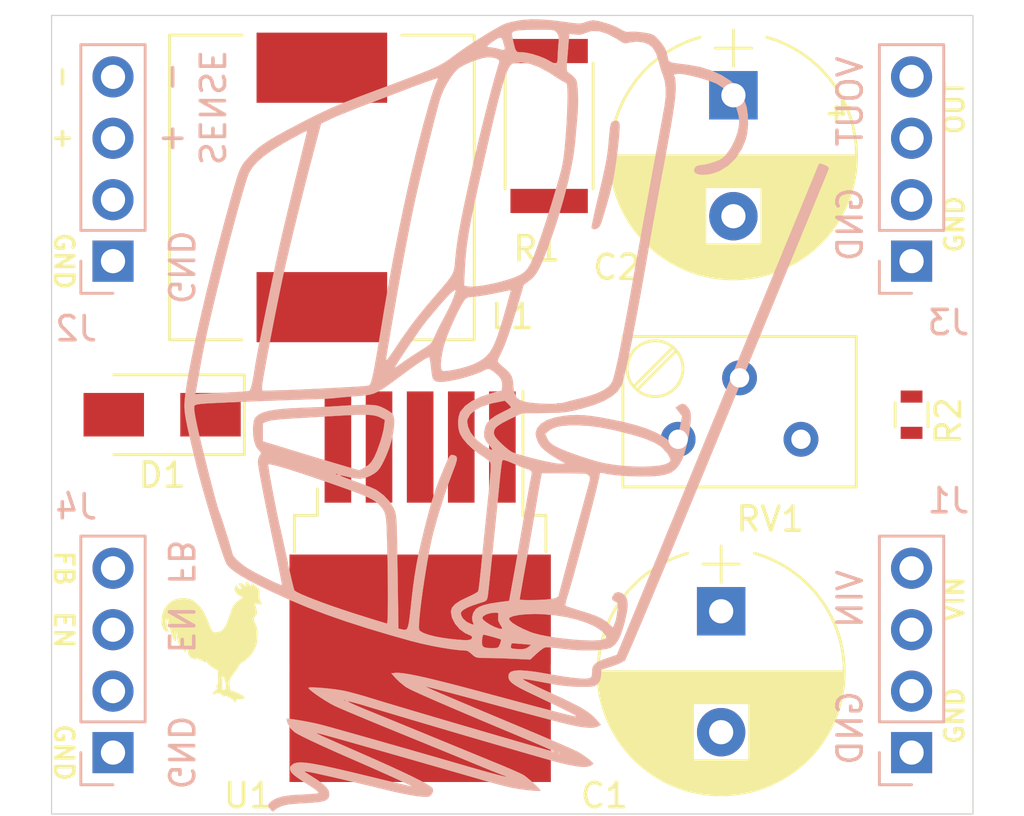
<source format=kicad_pcb>
(kicad_pcb (version 20171130) (host pcbnew "(5.1.5)-3")

  (general
    (thickness 1.6)
    (drawings 27)
    (tracks 0)
    (zones 0)
    (modules 14)
    (nets 11)
  )

  (page A4)
  (layers
    (0 F.Cu signal)
    (31 B.Cu signal)
    (32 B.Adhes user)
    (33 F.Adhes user)
    (34 B.Paste user)
    (35 F.Paste user)
    (36 B.SilkS user)
    (37 F.SilkS user)
    (38 B.Mask user)
    (39 F.Mask user)
    (40 Dwgs.User user)
    (41 Cmts.User user)
    (42 Eco1.User user)
    (43 Eco2.User user)
    (44 Edge.Cuts user)
    (45 Margin user)
    (46 B.CrtYd user)
    (47 F.CrtYd user)
    (48 B.Fab user)
    (49 F.Fab user hide)
  )

  (setup
    (last_trace_width 0.25)
    (trace_clearance 0.2)
    (zone_clearance 0.508)
    (zone_45_only no)
    (trace_min 0.2)
    (via_size 0.8)
    (via_drill 0.4)
    (via_min_size 0.4)
    (via_min_drill 0.3)
    (uvia_size 0.3)
    (uvia_drill 0.1)
    (uvias_allowed no)
    (uvia_min_size 0.2)
    (uvia_min_drill 0.1)
    (edge_width 0.05)
    (segment_width 0.2)
    (pcb_text_width 0.3)
    (pcb_text_size 1.5 1.5)
    (mod_edge_width 0.12)
    (mod_text_size 1 1)
    (mod_text_width 0.15)
    (pad_size 1.524 1.524)
    (pad_drill 0.762)
    (pad_to_mask_clearance 0.051)
    (solder_mask_min_width 0.25)
    (aux_axis_origin 0 0)
    (grid_origin 102.616 61.722)
    (visible_elements 7FFFFFFF)
    (pcbplotparams
      (layerselection 0x010fc_ffffffff)
      (usegerberextensions false)
      (usegerberattributes false)
      (usegerberadvancedattributes false)
      (creategerberjobfile false)
      (excludeedgelayer true)
      (linewidth 0.100000)
      (plotframeref false)
      (viasonmask false)
      (mode 1)
      (useauxorigin false)
      (hpglpennumber 1)
      (hpglpenspeed 20)
      (hpglpendiameter 15.000000)
      (psnegative false)
      (psa4output false)
      (plotreference true)
      (plotvalue true)
      (plotinvisibletext false)
      (padsonsilk false)
      (subtractmaskfromsilk false)
      (outputformat 1)
      (mirror false)
      (drillshape 1)
      (scaleselection 1)
      (outputdirectory ""))
  )

  (net 0 "")
  (net 1 GND)
  (net 2 VIN)
  (net 3 VCC)
  (net 4 "Net-(D1-Pad1)")
  (net 5 /ENABLE)
  (net 6 /ISNS_HIGH)
  (net 7 /V_FB)
  (net 8 "Net-(R2-Pad1)")
  (net 9 "Net-(J4-Pad2)")
  (net 10 "Net-(J2-Pad2)")

  (net_class Default "This is the default net class."
    (clearance 0.2)
    (trace_width 0.25)
    (via_dia 0.8)
    (via_drill 0.4)
    (uvia_dia 0.3)
    (uvia_drill 0.1)
    (add_net /ENABLE)
    (add_net /ISNS_HIGH)
    (add_net /V_FB)
    (add_net GND)
    (add_net "Net-(D1-Pad1)")
    (add_net "Net-(J2-Pad2)")
    (add_net "Net-(J4-Pad2)")
    (add_net "Net-(R2-Pad1)")
    (add_net VCC)
    (add_net VIN)
  )

  (module DBLS_LOGO:van_logo_small (layer B.Cu) (tedit 0) (tstamp 6205482D)
    (at 69.596 118.11 270)
    (fp_text reference G*** (at 0 0 270) (layer B.SilkS) hide
      (effects (font (size 1.524 1.524) (thickness 0.3)) (justify mirror))
    )
    (fp_text value LOGO (at 0.75 0 270) (layer B.SilkS) hide
      (effects (font (size 1.524 1.524) (thickness 0.3)) (justify mirror))
    )
    (fp_poly (pts (xy -7.716246 -3.533909) (xy -7.666425 -3.614958) (xy -7.680901 -3.727591) (xy -7.749443 -3.834341)
      (xy -7.8105 -3.879085) (xy -7.918205 -3.922467) (xy -8.103205 -3.984837) (xy -8.344366 -4.060001)
      (xy -8.620552 -4.141768) (xy -8.91063 -4.223945) (xy -9.193463 -4.30034) (xy -9.447917 -4.364762)
      (xy -9.5504 -4.388848) (xy -9.802279 -4.440098) (xy -10.103598 -4.491913) (xy -10.435842 -4.542099)
      (xy -10.780494 -4.588459) (xy -11.119039 -4.6288) (xy -11.432958 -4.660926) (xy -11.703737 -4.682642)
      (xy -11.912859 -4.691753) (xy -12.041807 -4.686064) (xy -12.047975 -4.68493) (xy -12.142602 -4.626005)
      (xy -12.157585 -4.50757) (xy -12.137478 -4.435855) (xy -12.111183 -4.38619) (xy -12.064371 -4.348369)
      (xy -11.981895 -4.319026) (xy -11.848607 -4.29479) (xy -11.649362 -4.272294) (xy -11.369013 -4.248169)
      (xy -11.2522 -4.238971) (xy -11.027675 -4.218148) (xy -10.797813 -4.189029) (xy -10.547861 -4.148745)
      (xy -10.263061 -4.094429) (xy -9.928659 -4.023211) (xy -9.529897 -3.932224) (xy -9.052021 -3.818599)
      (xy -8.897346 -3.781201) (xy -8.571363 -3.703787) (xy -8.277986 -3.637225) (xy -8.031703 -3.584547)
      (xy -7.846999 -3.548787) (xy -7.738362 -3.532978) (xy -7.716246 -3.533909)) (layer B.SilkS) (width 0.01))
    (fp_poly (pts (xy -0.1771 13.293732) (xy -0.016692 13.27547) (xy 0.174632 13.244646) (xy 0.407696 13.199274)
      (xy 0.693325 13.137368) (xy 1.042345 13.056941) (xy 1.46558 12.956007) (xy 1.973855 12.832581)
      (xy 2.110918 12.799092) (xy 2.435741 12.716501) (xy 2.805744 12.617061) (xy 3.208123 12.504691)
      (xy 3.630077 12.383313) (xy 4.058802 12.256845) (xy 4.481496 12.129207) (xy 4.885355 12.00432)
      (xy 5.257577 11.886104) (xy 5.585359 11.778477) (xy 5.855898 11.685361) (xy 6.056391 11.610674)
      (xy 6.174035 11.558338) (xy 6.185415 11.551599) (xy 6.322583 11.433789) (xy 6.477857 11.24346)
      (xy 6.653391 10.976778) (xy 6.85134 10.629907) (xy 7.073859 10.199013) (xy 7.323103 9.68026)
      (xy 7.601226 9.069815) (xy 7.68101 8.89) (xy 7.971538 8.19893) (xy 8.257421 7.450924)
      (xy 8.54177 6.636768) (xy 8.827697 5.747247) (xy 9.118314 4.773147) (xy 9.353467 3.937)
      (xy 9.457502 3.527257) (xy 9.552103 3.095846) (xy 9.633119 2.666647) (xy 9.6964 2.26354)
      (xy 9.737793 1.910404) (xy 9.753111 1.637838) (xy 9.786166 1.564062) (xy 9.868467 1.455636)
      (xy 9.906 1.414404) (xy 9.979768 1.331208) (xy 10.02486 1.252429) (xy 10.048306 1.150342)
      (xy 10.057136 0.997219) (xy 10.0584 0.813298) (xy 10.061053 0.584497) (xy 10.068267 0.29262)
      (xy 10.078925 -0.023969) (xy 10.091222 -0.31271) (xy 10.124044 -0.997084) (xy 9.887502 -1.247842)
      (xy 9.761533 -1.392797) (xy 9.66509 -1.524846) (xy 9.621451 -1.609402) (xy 9.616831 -1.70039)
      (xy 9.62556 -1.86864) (xy 9.645869 -2.090947) (xy 9.67599 -2.344104) (xy 9.679379 -2.369517)
      (xy 9.722691 -2.776512) (xy 9.744254 -3.177566) (xy 9.744575 -3.553723) (xy 9.724163 -3.886029)
      (xy 9.683526 -4.15553) (xy 9.626662 -4.336093) (xy 9.521125 -4.484856) (xy 9.349016 -4.616215)
      (xy 9.100441 -4.735393) (xy 8.765511 -4.847616) (xy 8.545105 -4.907201) (xy 8.197887 -4.9855)
      (xy 7.929382 -5.022124) (xy 7.725767 -5.017355) (xy 7.573225 -4.971475) (xy 7.505559 -4.928403)
      (xy 7.380666 -4.788626) (xy 7.334895 -4.640986) (xy 7.372467 -4.50826) (xy 7.418542 -4.458774)
      (xy 7.553382 -4.379684) (xy 7.652885 -4.393929) (xy 7.724161 -4.502538) (xy 7.72434 -4.503007)
      (xy 7.757191 -4.575043) (xy 7.803709 -4.612289) (xy 7.890653 -4.622138) (xy 8.044784 -4.611982)
      (xy 8.100292 -4.606872) (xy 8.308317 -4.577398) (xy 8.506306 -4.532963) (xy 8.615691 -4.496946)
      (xy 8.806162 -4.417362) (xy 8.650357 -4.253381) (xy 8.531839 -4.111487) (xy 8.427735 -3.944192)
      (xy 8.329674 -3.733298) (xy 8.229285 -3.460606) (xy 8.118197 -3.107919) (xy 8.10851 -3.075409)
      (xy 8.038032 -2.843561) (xy 7.975728 -2.648664) (xy 7.92819 -2.510671) (xy 7.902011 -2.449533)
      (xy 7.901503 -2.448969) (xy 7.841952 -2.448564) (xy 7.713349 -2.475569) (xy 7.542674 -2.524226)
      (xy 7.52994 -2.528265) (xy 7.312226 -2.595073) (xy 7.027138 -2.678404) (xy 6.686346 -2.77517)
      (xy 6.301522 -2.882285) (xy 5.884337 -2.996659) (xy 5.446461 -3.115206) (xy 4.999566 -3.234839)
      (xy 4.555323 -3.352469) (xy 4.125402 -3.465009) (xy 3.721475 -3.569371) (xy 3.355212 -3.662468)
      (xy 3.038286 -3.741212) (xy 2.782366 -3.802516) (xy 2.599123 -3.843292) (xy 2.500229 -3.860452)
      (xy 2.492999 -3.8608) (xy 2.408672 -3.877323) (xy 2.400378 -3.946439) (xy 2.40754 -3.9751)
      (xy 2.459087 -4.223558) (xy 2.500942 -4.555444) (xy 2.53146 -4.952905) (xy 2.548995 -5.39809)
      (xy 2.551471 -5.53771) (xy 2.548255 -5.97878) (xy 2.52233 -6.333109) (xy 2.468126 -6.6141)
      (xy 2.380073 -6.835156) (xy 2.2526 -7.00968) (xy 2.080136 -7.151076) (xy 1.85711 -7.272747)
      (xy 1.824075 -7.287831) (xy 1.585204 -7.375495) (xy 1.277571 -7.460147) (xy 0.933941 -7.534878)
      (xy 0.587078 -7.592783) (xy 0.269744 -7.626955) (xy 0.19561 -7.631121) (xy -0.001235 -7.632435)
      (xy -0.136596 -7.61025) (xy -0.249442 -7.556278) (xy -0.292146 -7.52741) (xy -0.419396 -7.406667)
      (xy -0.450307 -7.283517) (xy -0.388793 -7.139066) (xy -0.37637 -7.120805) (xy -0.29554 -7.005404)
      (xy -0.116808 -7.14173) (xy 0.061924 -7.278055) (xy 0.665962 -7.161728) (xy 0.898367 -7.114996)
      (xy 1.089322 -7.072839) (xy 1.219587 -7.039775) (xy 1.269921 -7.020321) (xy 1.27 -7.019893)
      (xy 1.241514 -6.969432) (xy 1.167158 -6.862839) (xy 1.072473 -6.735692) (xy 0.883303 -6.458694)
      (xy 0.717825 -6.149333) (xy 0.570776 -5.793378) (xy 0.436891 -5.376596) (xy 0.310908 -4.884755)
      (xy 0.204429 -4.388698) (xy 0.117761 -3.931411) (xy 0.057873 -3.550077) (xy 0.023057 -3.223126)
      (xy 0.011604 -2.928987) (xy 0.011892 -2.921) (xy 0.435288 -2.921) (xy 0.458826 -3.395255)
      (xy 0.526918 -3.914189) (xy 0.641848 -4.490691) (xy 0.805899 -5.137649) (xy 0.865296 -5.348312)
      (xy 1.001912 -5.774762) (xy 1.1432 -6.111905) (xy 1.296592 -6.371996) (xy 1.469522 -6.567289)
      (xy 1.669423 -6.71004) (xy 1.7018 -6.727474) (xy 1.831728 -6.788942) (xy 1.908364 -6.796032)
      (xy 1.966659 -6.744715) (xy 2.001787 -6.6929) (xy 2.064688 -6.534828) (xy 2.110205 -6.294379)
      (xy 2.138313 -5.989283) (xy 2.148989 -5.637268) (xy 2.142209 -5.256064) (xy 2.117947 -4.863399)
      (xy 2.076179 -4.477003) (xy 2.016881 -4.114605) (xy 2.005414 -4.058364) (xy 1.936886 -3.778043)
      (xy 1.840569 -3.444807) (xy 1.726309 -3.087887) (xy 1.603948 -2.736515) (xy 1.483333 -2.419919)
      (xy 1.374308 -2.16733) (xy 1.355415 -2.128381) (xy 1.247985 -1.93376) (xy 1.146916 -1.808121)
      (xy 1.028292 -1.723464) (xy 0.99499 -1.706346) (xy 0.796181 -1.609292) (xy 0.67923 -1.745256)
      (xy 0.577091 -1.896607) (xy 0.505218 -2.086415) (xy 0.460154 -2.331339) (xy 0.438443 -2.648039)
      (xy 0.435288 -2.921) (xy 0.011892 -2.921) (xy 0.021808 -2.646089) (xy 0.046596 -2.395381)
      (xy 0.119014 -2.003251) (xy 0.228963 -1.683301) (xy 0.37235 -1.442071) (xy 0.545086 -1.2861)
      (xy 0.743079 -1.221925) (xy 0.78155 -1.220631) (xy 0.922737 -1.244758) (xy 1.095706 -1.304035)
      (xy 1.1684 -1.337352) (xy 1.319115 -1.437865) (xy 1.47334 -1.593779) (xy 1.640466 -1.816776)
      (xy 1.829885 -2.118536) (xy 1.915451 -2.266469) (xy 2.027502 -2.4638) (xy 2.029751 -2.22357)
      (xy 2.016917 -2.087389) (xy 1.9804 -1.876526) (xy 1.92574 -1.613603) (xy 1.893879 -1.475111)
      (xy 2.413 -1.475111) (xy 2.422258 -2.350455) (xy 2.425491 -2.64129) (xy 2.428643 -2.898346)
      (xy 2.431473 -3.103711) (xy 2.433735 -3.239477) (xy 2.434958 -3.285671) (xy 2.470886 -3.368231)
      (xy 2.513832 -3.420975) (xy 2.57445 -3.463273) (xy 2.657089 -3.469213) (xy 2.795316 -3.439755)
      (xy 2.831332 -3.430043) (xy 2.930922 -3.402766) (xy 3.117082 -3.351802) (xy 3.378382 -3.28028)
      (xy 3.703394 -3.191327) (xy 4.080689 -3.088072) (xy 4.49884 -2.973642) (xy 4.946417 -2.851164)
      (xy 5.228272 -2.774039) (xy 5.680016 -2.650827) (xy 6.102565 -2.536344) (xy 6.485628 -2.433323)
      (xy 6.818914 -2.344496) (xy 7.092132 -2.272597) (xy 7.294989 -2.220357) (xy 7.417194 -2.190511)
      (xy 7.448985 -2.1844) (xy 7.519706 -2.156879) (xy 7.573894 -2.067987) (xy 7.613727 -1.908227)
      (xy 7.641383 -1.668102) (xy 7.659041 -1.338117) (xy 7.66166 -1.2573) (xy 7.663169 -1.172277)
      (xy 8.238123 -1.172277) (xy 8.245346 -1.492966) (xy 8.289089 -2.001927) (xy 8.367327 -2.49106)
      (xy 8.475521 -2.945055) (xy 8.609135 -3.3486) (xy 8.763629 -3.686383) (xy 8.934466 -3.943093)
      (xy 8.989252 -4.003036) (xy 9.121969 -4.116339) (xy 9.213857 -4.142635) (xy 9.276172 -4.082156)
      (xy 9.302635 -4.009433) (xy 9.331262 -3.823326) (xy 9.340406 -3.557701) (xy 9.332125 -3.23233)
      (xy 9.308478 -2.866987) (xy 9.271522 -2.481442) (xy 9.223316 -2.095469) (xy 9.165918 -1.728839)
      (xy 9.101386 -1.401326) (xy 9.031778 -1.132701) (xy 8.990825 -1.014036) (xy 8.858349 -0.703979)
      (xy 8.729598 -0.451051) (xy 8.623728 -0.284483) (xy 9.453009 -0.284483) (xy 9.458546 -0.414766)
      (xy 9.472205 -0.5949) (xy 9.476393 -0.640966) (xy 9.513363 -1.035489) (xy 9.610288 -0.91579)
      (xy 9.667691 -0.818) (xy 9.693006 -0.68888) (xy 9.692675 -0.494739) (xy 9.692307 -0.486946)
      (xy 9.680646 -0.31643) (xy 9.660888 -0.225848) (xy 9.624377 -0.193533) (xy 9.5758 -0.195329)
      (xy 9.484766 -0.216998) (xy 9.456811 -0.229651) (xy 9.453009 -0.284483) (xy 8.623728 -0.284483)
      (xy 8.610478 -0.263637) (xy 8.506896 -0.150123) (xy 8.424758 -0.118895) (xy 8.382914 -0.150919)
      (xy 8.323533 -0.304453) (xy 8.278254 -0.539061) (xy 8.249107 -0.834938) (xy 8.238123 -1.172277)
      (xy 7.663169 -1.172277) (xy 7.666152 -1.004275) (xy 7.664212 -0.792145) (xy 7.656446 -0.639217)
      (xy 7.643463 -0.563798) (xy 7.638464 -0.559019) (xy 7.57893 -0.56771) (xy 7.432476 -0.592152)
      (xy 7.212172 -0.630071) (xy 6.931088 -0.679197) (xy 6.602293 -0.737258) (xy 6.238857 -0.801981)
      (xy 6.1722 -0.813907) (xy 5.742991 -0.890315) (xy 5.290694 -0.970064) (xy 4.84128 -1.048627)
      (xy 4.420723 -1.12148) (xy 4.054994 -1.184096) (xy 3.8354 -1.221102) (xy 3.522244 -1.2738)
      (xy 3.225242 -1.324625) (xy 2.966485 -1.369731) (xy 2.768062 -1.405277) (xy 2.667 -1.42437)
      (xy 2.413 -1.475111) (xy 1.893879 -1.475111) (xy 1.85848 -1.321245) (xy 1.784159 -1.022075)
      (xy 1.708318 -0.738716) (xy 1.636499 -0.493793) (xy 1.574242 -0.309929) (xy 1.543288 -0.237338)
      (xy 1.468262 -0.122548) (xy 1.344818 0.031733) (xy 1.29305 0.089128) (xy 1.871873 0.089128)
      (xy 1.914751 -0.054979) (xy 2.000556 -0.257563) (xy 2.093181 -0.468736) (xy 2.176409 -0.67548)
      (xy 2.233791 -0.836716) (xy 2.238113 -0.8509) (xy 2.283004 -0.97757) (xy 2.339779 -1.043937)
      (xy 2.433858 -1.059689) (xy 2.590659 -1.034517) (xy 2.671896 -1.016255) (xy 2.776956 -0.994997)
      (xy 2.966627 -0.959662) (xy 3.225332 -0.91303) (xy 3.537489 -0.857879) (xy 3.887519 -0.796988)
      (xy 4.246696 -0.735375) (xy 4.681971 -0.660748) (xy 5.152466 -0.579259) (xy 5.628295 -0.496141)
      (xy 6.079573 -0.416625) (xy 6.476415 -0.345943) (xy 6.6548 -0.31379) (xy 7.6962 -0.125023)
      (xy 7.75393 0.312945) (xy 7.778258 0.467599) (xy 8.182664 0.467599) (xy 8.187124 0.35481)
      (xy 8.228256 0.317079) (xy 8.33667 0.328178) (xy 8.3439 0.329455) (xy 8.52151 0.324158)
      (xy 8.6614 0.255891) (xy 8.789992 0.176378) (xy 8.851738 0.164419) (xy 8.858831 0.223734)
      (xy 8.8378 0.309679) (xy 8.77227 0.485813) (xy 8.681094 0.66641) (xy 8.579781 0.827021)
      (xy 8.489519 0.936321) (xy 9.093597 0.936321) (xy 9.106539 0.864255) (xy 9.14003 0.727272)
      (xy 9.185433 0.55777) (xy 9.234114 0.388151) (xy 9.272077 0.2667) (xy 9.291857 0.219836)
      (xy 9.328603 0.208556) (xy 9.413346 0.231769) (xy 9.492019 0.25897) (xy 9.590101 0.302031)
      (xy 9.636792 0.363377) (xy 9.650736 0.477199) (xy 9.651306 0.55107) (xy 9.645321 0.768518)
      (xy 9.620348 0.903235) (xy 9.563526 0.973908) (xy 9.461995 0.999219) (xy 9.342675 0.999464)
      (xy 9.199384 0.984387) (xy 9.109315 0.955741) (xy 9.093597 0.936321) (xy 8.489519 0.936321)
      (xy 8.483842 0.943195) (xy 8.408785 0.990483) (xy 8.405859 0.9906) (xy 8.326601 0.944178)
      (xy 8.255516 0.822337) (xy 8.203757 0.651212) (xy 8.182664 0.467599) (xy 7.778258 0.467599)
      (xy 7.80921 0.664357) (xy 7.872692 0.929122) (xy 7.948904 1.122127) (xy 8.040781 1.256523)
      (xy 8.189909 1.359955) (xy 8.373519 1.407031) (xy 8.547237 1.388337) (xy 8.584658 1.371891)
      (xy 8.663963 1.337352) (xy 8.677134 1.371607) (xy 8.66202 1.43074) (xy 8.567353 1.631352)
      (xy 8.424701 1.787283) (xy 8.309292 1.85272) (xy 8.200203 1.875293) (xy 8.121727 1.831817)
      (xy 8.075591 1.77652) (xy 7.987563 1.630687) (xy 7.896464 1.416998) (xy 7.796511 1.121326)
      (xy 7.764509 1.016445) (xy 7.718613 0.881022) (xy 7.664279 0.808723) (xy 7.568489 0.772603)
      (xy 7.440055 0.751682) (xy 7.332253 0.738453) (xy 7.131345 0.71606) (xy 6.845334 0.685327)
      (xy 6.482221 0.647079) (xy 6.050009 0.60214) (xy 5.556699 0.551335) (xy 5.010293 0.495487)
      (xy 4.418795 0.435422) (xy 3.790205 0.371964) (xy 3.132526 0.305936) (xy 2.504054 0.243173)
      (xy 2.270838 0.217577) (xy 2.073638 0.191521) (xy 1.935278 0.1683) (xy 1.880838 0.153166)
      (xy 1.871873 0.089128) (xy 1.29305 0.089128) (xy 1.197858 0.194664) (xy 1.177322 0.2159)
      (xy 1.018871 0.369976) (xy 0.901257 0.459948) (xy 0.801446 0.500726) (xy 0.726127 0.508)
      (xy 0.630583 0.491883) (xy 0.54023 0.435657) (xy 0.44601 0.327514) (xy 0.338863 0.155646)
      (xy 0.209727 -0.091757) (xy 0.113693 -0.290269) (xy -0.061067 -0.658265) (xy -0.071174 -1.561032)
      (xy -0.076299 -1.900027) (xy -0.084954 -2.163088) (xy -0.100004 -2.37588) (xy -0.124316 -2.564066)
      (xy -0.160755 -2.753311) (xy -0.212188 -2.969278) (xy -0.241061 -3.082303) (xy -0.397367 -3.608608)
      (xy -0.569614 -4.036976) (xy -0.759308 -4.370041) (xy -0.96796 -4.610435) (xy -1.197078 -4.760791)
      (xy -1.204603 -4.764076) (xy -1.354955 -4.815085) (xy -1.600868 -4.880614) (xy -1.937488 -4.959702)
      (xy -2.359962 -5.051387) (xy -2.863437 -5.15471) (xy -3.443059 -5.268709) (xy -4.093975 -5.392424)
      (xy -4.811331 -5.524894) (xy -5.590275 -5.665158) (xy -6.425953 -5.812256) (xy -7.0104 -5.913336)
      (xy -7.333638 -5.969734) (xy -7.732928 -6.04079) (xy -8.184511 -6.122193) (xy -8.664625 -6.209634)
      (xy -9.14951 -6.298801) (xy -9.615405 -6.385385) (xy -9.7028 -6.401748) (xy -10.384742 -6.529091)
      (xy -10.975182 -6.638117) (xy -11.482307 -6.730132) (xy -11.914304 -6.806439) (xy -12.279359 -6.868344)
      (xy -12.585658 -6.917149) (xy -12.841387 -6.95416) (xy -13.054733 -6.98068) (xy -13.233883 -6.998015)
      (xy -13.387022 -7.007469) (xy -13.522338 -7.010345) (xy -13.522502 -7.010345) (xy -13.751459 -7.003958)
      (xy -13.914515 -6.986039) (xy -13.995083 -6.958543) (xy -13.998752 -6.954176) (xy -14.043604 -6.923728)
      (xy -14.077995 -6.974874) (xy -14.096071 -7.087713) (xy -14.091978 -7.242343) (xy -14.089659 -7.263261)
      (xy -14.046127 -7.520571) (xy -13.975365 -7.826644) (xy -13.887419 -8.145466) (xy -13.792337 -8.441023)
      (xy -13.700166 -8.677303) (xy -13.687505 -8.704789) (xy -13.480155 -9.02749) (xy -13.194571 -9.285948)
      (xy -12.831753 -9.479514) (xy -12.392703 -9.60754) (xy -12.25802 -9.631281) (xy -11.983039 -9.63286)
      (xy -11.668455 -9.569249) (xy -11.341534 -9.45175) (xy -11.029543 -9.291667) (xy -10.759747 -9.100302)
      (xy -10.603496 -8.945434) (xy -10.527686 -8.81609) (xy -10.450017 -8.62095) (xy -10.381144 -8.395043)
      (xy -10.331722 -8.173399) (xy -10.312407 -7.991048) (xy -10.3124 -7.988431) (xy -10.268476 -7.856979)
      (xy -10.157049 -7.780638) (xy -10.097783 -7.7724) (xy -10.003463 -7.816877) (xy -9.944956 -7.937815)
      (xy -9.922588 -8.116473) (xy -9.936686 -8.334111) (xy -9.987575 -8.571989) (xy -10.075582 -8.811366)
      (xy -10.079545 -8.819987) (xy -10.302844 -9.182873) (xy -10.608675 -9.492073) (xy -10.989832 -9.741541)
      (xy -11.37066 -9.903123) (xy -11.664938 -9.970689) (xy -12.011395 -10.001733) (xy -12.36705 -9.995334)
      (xy -12.688922 -9.950568) (xy -12.760305 -9.932936) (xy -13.178 -9.77979) (xy -13.520439 -9.566298)
      (xy -13.801202 -9.28142) (xy -14.033865 -8.914116) (xy -14.048364 -8.885703) (xy -14.244382 -8.447862)
      (xy -14.377195 -8.024866) (xy -14.461815 -7.566716) (xy -14.474146 -7.4676) (xy -14.508099 -7.178675)
      (xy -14.536088 -6.97474) (xy -14.564623 -6.839954) (xy -14.600216 -6.758475) (xy -14.649381 -6.714461)
      (xy -14.718627 -6.692071) (xy -14.798674 -6.678122) (xy -14.997617 -6.631943) (xy -15.170435 -6.555669)
      (xy -15.350722 -6.431464) (xy -15.500283 -6.305636) (xy -15.6185 -6.196409) (xy -15.693332 -6.103135)
      (xy -15.740296 -5.993892) (xy -15.774913 -5.836761) (xy -15.798341 -5.692553) (xy -15.824811 -5.476082)
      (xy -15.836796 -5.276655) (xy -15.832198 -5.13263) (xy -15.829822 -5.117498) (xy -15.823165 -4.993375)
      (xy -15.86132 -4.86671) (xy -15.955103 -4.701027) (xy -16.044087 -4.527878) (xy -16.134683 -4.298214)
      (xy -16.215846 -4.046991) (xy -16.276536 -3.809168) (xy -16.305709 -3.619702) (xy -16.3068 -3.587672)
      (xy -16.297394 -3.528515) (xy -15.867691 -3.528515) (xy -15.861845 -3.830309) (xy -15.761742 -4.165309)
      (xy -15.567105 -4.534829) (xy -15.48165 -4.665199) (xy -15.394611 -4.800573) (xy -15.359056 -4.898388)
      (xy -15.366208 -5.002883) (xy -15.393535 -5.10945) (xy -15.429864 -5.402909) (xy -15.388642 -5.70363)
      (xy -15.315979 -5.893228) (xy -15.173084 -6.064817) (xy -14.93785 -6.20346) (xy -14.608039 -6.310448)
      (xy -14.5796 -6.317192) (xy -14.363177 -6.375237) (xy -14.147761 -6.445462) (xy -14.0208 -6.495307)
      (xy -13.781846 -6.564775) (xy -13.475413 -6.598283) (xy -13.129567 -6.594417) (xy -12.8016 -6.556782)
      (xy -12.696542 -6.538405) (xy -12.502512 -6.503603) (xy -12.230458 -6.454371) (xy -11.891326 -6.392703)
      (xy -11.496061 -6.320594) (xy -11.05561 -6.240036) (xy -10.580918 -6.153025) (xy -10.082931 -6.061555)
      (xy -10.033 -6.052374) (xy -9.438351 -5.943385) (xy -8.787004 -5.824656) (xy -8.103582 -5.700635)
      (xy -7.412711 -5.575768) (xy -6.739013 -5.454504) (xy -6.107114 -5.341289) (xy -5.541636 -5.240571)
      (xy -5.3594 -5.208287) (xy -4.582388 -5.069058) (xy -3.876577 -4.938866) (xy -3.246216 -4.818573)
      (xy -2.695556 -4.709045) (xy -2.228848 -4.611145) (xy -1.850342 -4.525737) (xy -1.564288 -4.453686)
      (xy -1.390804 -4.40146) (xy -1.206866 -4.285439) (xy -1.037707 -4.070822) (xy -0.884478 -3.759698)
      (xy -0.748329 -3.354152) (xy -0.69063 -3.131785) (xy -0.630757 -2.886465) (xy -0.573742 -2.661254)
      (xy -0.526828 -2.48431) (xy -0.501459 -2.396496) (xy -0.472934 -2.276326) (xy -0.473347 -2.203484)
      (xy -0.47615 -2.199317) (xy -0.480358 -2.136739) (xy -0.462416 -2.08882) (xy -0.44927 -2.008095)
      (xy -0.444544 -1.849113) (xy -0.448298 -1.634873) (xy -0.460566 -1.388811) (xy -0.491565 -1.029507)
      (xy -0.537213 -0.758929) (xy -0.606031 -0.564389) (xy -0.706539 -0.433199) (xy -0.84726 -0.35267)
      (xy -1.036715 -0.310114) (xy -1.194079 -0.296585) (xy -1.417511 -0.274893) (xy -1.586312 -0.226704)
      (xy -1.731088 -0.135329) (xy -1.882443 0.015922) (xy -1.915777 0.055324) (xy -0.58076 0.055324)
      (xy -0.459325 -0.073938) (xy -0.369451 -0.160501) (xy -0.309092 -0.20246) (xy -0.304866 -0.2032)
      (xy -0.268428 -0.160733) (xy -0.205243 -0.049642) (xy -0.132401 0.098838) (xy 0.033605 0.420916)
      (xy 0.193704 0.650755) (xy 0.35491 0.796891) (xy 0.493536 0.860442) (xy 0.739648 0.910955)
      (xy 0.931189 0.901173) (xy 1.099208 0.825501) (xy 1.220396 0.729476) (xy 1.337923 0.632281)
      (xy 1.424425 0.577275) (xy 1.453397 0.572865) (xy 1.446483 0.631606) (xy 1.387581 0.745583)
      (xy 1.291525 0.893495) (xy 1.173148 1.054044) (xy 1.047285 1.205932) (xy 0.928769 1.327859)
      (xy 0.925553 1.330767) (xy 0.72508 1.474577) (xy 0.507711 1.571408) (xy 0.304341 1.61011)
      (xy 0.188002 1.596992) (xy -0.014424 1.484048) (xy -0.193433 1.279435) (xy -0.343927 0.99142)
      (xy -0.460805 0.628268) (xy -0.49027 0.497562) (xy -0.58076 0.055324) (xy -1.915777 0.055324)
      (xy -1.9812 0.132654) (xy -2.089647 0.253355) (xy -2.179615 0.333412) (xy -2.21746 0.352513)
      (xy -2.287093 0.332026) (xy -2.421467 0.27478) (xy -2.595596 0.191682) (xy -2.658209 0.160096)
      (xy -2.842163 0.078014) (xy -3.107741 -0.023629) (xy -3.438197 -0.138976) (xy -3.816786 -0.262171)
      (xy -4.205863 -0.381167) (xy -5.371229 -0.726925) (xy -5.543882 -0.960362) (xy -5.643686 -1.080369)
      (xy -5.761655 -1.187831) (xy -5.911215 -1.29004) (xy -6.105791 -1.394289) (xy -6.358807 -1.507869)
      (xy -6.683688 -1.638073) (xy -7.0358 -1.770755) (xy -7.672921 -1.995099) (xy -8.324228 -2.203183)
      (xy -8.972293 -2.390524) (xy -9.599686 -2.552643) (xy -10.188979 -2.685057) (xy -10.722741 -2.783285)
      (xy -11.183543 -2.842847) (xy -11.217375 -2.845862) (xy -11.526981 -2.872786) (xy -11.860724 -2.902479)
      (xy -12.173258 -2.930876) (xy -12.3698 -2.949194) (xy -12.66192 -2.967688) (xy -12.987792 -2.974149)
      (xy -13.288461 -2.967725) (xy -13.359969 -2.963511) (xy -13.591164 -2.944635) (xy -13.745575 -2.922473)
      (xy -13.847959 -2.890237) (xy -13.923071 -2.84114) (xy -13.969569 -2.796372) (xy -14.070897 -2.680271)
      (xy -14.144502 -2.578736) (xy -14.1478 -2.573059) (xy -14.17323 -2.539221) (xy -14.215024 -2.517239)
      (xy -14.289046 -2.506619) (xy -14.411162 -2.506868) (xy -14.597237 -2.517495) (xy -14.863137 -2.538005)
      (xy -14.976639 -2.547316) (xy -15.754677 -2.611578) (xy -15.721899 -2.8499) (xy -15.713345 -3.050913)
      (xy -15.758051 -3.214955) (xy -15.77956 -3.258611) (xy -15.867691 -3.528515) (xy -16.297394 -3.528515)
      (xy -16.288996 -3.475703) (xy -16.244503 -3.322782) (xy -16.226312 -3.272439) (xy -16.191717 -3.170129)
      (xy -16.173967 -3.071609) (xy -16.173121 -2.951736) (xy -16.189238 -2.785363) (xy -16.222377 -2.547345)
      (xy -16.2281 -2.508741) (xy -16.302507 -1.937414) (xy -16.335378 -1.527609) (xy -15.923324 -1.527609)
      (xy -15.920849 -1.734693) (xy -15.912712 -1.87489) (xy -15.896404 -1.965556) (xy -15.869416 -2.024045)
      (xy -15.829241 -2.067714) (xy -15.7988 -2.093178) (xy -15.713532 -2.149478) (xy -15.615926 -2.175278)
      (xy -15.472696 -2.175833) (xy -15.3416 -2.165357) (xy -15.130091 -2.148361) (xy -14.925839 -2.136618)
      (xy -14.8082 -2.133183) (xy -14.621993 -2.121157) (xy -14.527881 -2.080477) (xy -14.517929 -2.000285)
      (xy -14.584203 -1.869724) (xy -14.59902 -1.846948) (xy -14.713852 -1.635332) (xy -14.821784 -1.370439)
      (xy -14.910914 -1.088968) (xy -14.969344 -0.82762) (xy -14.986 -0.65346) (xy -14.986364 -0.61763)
      (xy -14.570062 -0.61763) (xy -14.516111 -0.969534) (xy -14.374286 -1.359127) (xy -14.145906 -1.78218)
      (xy -14.009598 -1.990564) (xy -13.894841 -2.164003) (xy -13.801839 -2.317052) (xy -13.747474 -2.421622)
      (xy -13.742459 -2.435064) (xy -13.722582 -2.478406) (xy -13.683918 -2.507841) (xy -13.609179 -2.526042)
      (xy -13.481077 -2.535682) (xy -13.282324 -2.539437) (xy -13.064025 -2.54) (xy -12.788201 -2.535266)
      (xy -12.445241 -2.522195) (xy -12.069113 -2.502479) (xy -11.693785 -2.477809) (xy -11.479949 -2.461069)
      (xy -11.11783 -2.429968) (xy -10.82942 -2.40203) (xy -10.589968 -2.372604) (xy -10.374726 -2.337041)
      (xy -10.158943 -2.29069) (xy -9.917869 -2.228902) (xy -9.626756 -2.147027) (xy -9.2964 -2.050823)
      (xy -8.802934 -1.903311) (xy -8.316171 -1.752128) (xy -7.848788 -1.601615) (xy -7.413465 -1.456113)
      (xy -7.022879 -1.319961) (xy -6.689708 -1.197501) (xy -6.426632 -1.093073) (xy -6.246328 -1.011018)
      (xy -6.223 -0.998606) (xy -6.029837 -0.878437) (xy -5.897021 -0.75425) (xy -5.788159 -0.59098)
      (xy -5.774774 -0.566722) (xy -5.680065 -0.357026) (xy -5.626617 -0.2032) (xy -5.155339 -0.2032)
      (xy -5.106789 -0.190431) (xy -4.980164 -0.155754) (xy -4.795236 -0.104613) (xy -4.593511 -0.048511)
      (xy -4.07113 0.099379) (xy -3.637218 0.228976) (xy -3.281496 0.345896) (xy -2.993687 0.455751)
      (xy -2.763511 0.564155) (xy -2.58069 0.676722) (xy -2.434946 0.799065) (xy -2.316 0.936799)
      (xy -2.213574 1.095535) (xy -2.117388 1.280889) (xy -2.102594 1.311904) (xy -2.030376 1.49197)
      (xy -1.960804 1.712958) (xy -1.898565 1.952489) (xy -1.848351 2.188188) (xy -1.81485 2.397677)
      (xy -1.802753 2.55858) (xy -1.816748 2.648519) (xy -1.82125 2.65437) (xy -1.923892 2.694721)
      (xy -2.107314 2.701978) (xy -2.356663 2.677354) (xy -2.657086 2.622062) (xy -2.881974 2.567825)
      (xy -3.093309 2.501287) (xy -3.355394 2.402223) (xy -3.646909 2.280484) (xy -3.946531 2.145923)
      (xy -4.232938 2.00839) (xy -4.484807 1.877738) (xy -4.680817 1.763817) (xy -4.7879 1.68722)
      (xy -4.856874 1.565505) (xy -4.878428 1.376427) (xy -4.889588 1.237825) (xy -4.918892 1.027468)
      (xy -4.962038 0.772692) (xy -5.014721 0.500832) (xy -5.021156 0.4699) (xy -5.072176 0.224229)
      (xy -5.113941 0.018723) (xy -5.142845 -0.128538) (xy -5.155286 -0.199475) (xy -5.155339 -0.2032)
      (xy -5.626617 -0.2032) (xy -5.586023 -0.086371) (xy -5.497395 0.223291) (xy -5.418926 0.550008)
      (xy -5.355365 0.871829) (xy -5.311457 1.1668) (xy -5.291948 1.412969) (xy -5.301586 1.588385)
      (xy -5.305228 1.604848) (xy -5.339723 1.742287) (xy -5.984562 1.712149) (xy -6.350108 1.691003)
      (xy -6.70288 1.661123) (xy -7.058993 1.619943) (xy -7.434561 1.564899) (xy -7.845698 1.493425)
      (xy -8.308518 1.402956) (xy -8.839136 1.290926) (xy -9.375809 1.172276) (xy -10.209132 0.984553)
      (xy -10.948598 0.816324) (xy -11.599739 0.666002) (xy -12.168086 0.532001) (xy -12.659171 0.412733)
      (xy -13.078526 0.306612) (xy -13.431683 0.212051) (xy -13.724173 0.127463) (xy -13.961528 0.051261)
      (xy -14.14928 -0.018142) (xy -14.292961 -0.082332) (xy -14.398101 -0.142897) (xy -14.470234 -0.201422)
      (xy -14.514891 -0.259496) (xy -14.534818 -0.307644) (xy -14.570062 -0.61763) (xy -14.986364 -0.61763)
      (xy -14.987113 -0.544146) (xy -15.001361 -0.467683) (xy -15.045112 -0.413364) (xy -15.134734 -0.370483)
      (xy -15.286592 -0.328333) (xy -15.517055 -0.276207) (xy -15.58595 -0.261008) (xy -15.723732 -0.235379)
      (xy -15.797649 -0.245803) (xy -15.842254 -0.303114) (xy -15.862194 -0.347614) (xy -15.884601 -0.451816)
      (xy -15.902947 -0.638706) (xy -15.915948 -0.889413) (xy -15.922321 -1.185062) (xy -15.922644 -1.236282)
      (xy -15.923324 -1.527609) (xy -16.335378 -1.527609) (xy -16.342086 -1.443982) (xy -16.346431 -1.01075)
      (xy -16.315136 -0.62002) (xy -16.247796 -0.254098) (xy -16.170014 0.0254) (xy -16.115716 0.14971)
      (xy -16.055638 0.262515) (xy -15.594378 0.262515) (xy -15.574722 0.194597) (xy -15.489138 0.146308)
      (xy -15.4178 0.122147) (xy -15.22886 0.06704) (xy -15.120988 0.053751) (xy -15.079391 0.090435)
      (xy -15.089277 0.185251) (xy -15.117972 0.287474) (xy -15.16149 0.462968) (xy -15.186687 0.624388)
      (xy -15.1892 0.671472) (xy -15.19719 0.741561) (xy -14.7828 0.741561) (xy -14.76576 0.534418)
      (xy -14.719786 0.377581) (xy -14.652594 0.288871) (xy -14.583252 0.280835) (xy -14.505356 0.305926)
      (xy -14.35152 0.351787) (xy -14.143698 0.411985) (xy -13.903839 0.480084) (xy -13.8938 0.482906)
      (xy -13.394772 0.619262) (xy -12.835448 0.765311) (xy -12.230597 0.917671) (xy -11.594989 1.072958)
      (xy -10.943392 1.227791) (xy -10.290576 1.378787) (xy -9.65131 1.522563) (xy -9.040362 1.655738)
      (xy -8.472502 1.774928) (xy -7.962499 1.876752) (xy -7.525122 1.957826) (xy -7.262707 2.001573)
      (xy -6.980238 2.041342) (xy -6.667164 2.078923) (xy -6.562194 2.089403) (xy -5.156395 2.089403)
      (xy -5.133877 2.0828) (xy -5.062687 2.099501) (xy -4.928333 2.142892) (xy -4.789806 2.192579)
      (xy -4.619685 2.264347) (xy -4.395177 2.370421) (xy -4.149978 2.494472) (xy -3.9878 2.581211)
      (xy -3.75108 2.707286) (xy -3.515442 2.8262) (xy -3.313169 2.921977) (xy -3.208638 2.966733)
      (xy -3.082374 3.021108) (xy -2.985611 3.081425) (xy -2.898979 3.167503) (xy -2.890535 3.179099)
      (xy -2.378243 3.179099) (xy -2.373959 3.169825) (xy -2.314559 3.152922) (xy -2.179974 3.131164)
      (xy -1.996226 3.108583) (xy -1.942539 3.102967) (xy -1.709754 3.07638) (xy -1.55713 3.047339)
      (xy -1.463412 3.007261) (xy -1.407347 2.947562) (xy -1.372587 2.872795) (xy -1.354578 2.73451)
      (xy -1.369139 2.522197) (xy -1.411411 2.25628) (xy -1.476531 1.957185) (xy -1.55964 1.645337)
      (xy -1.655876 1.341161) (xy -1.760378 1.065082) (xy -1.847786 0.876006) (xy -1.89147 0.778811)
      (xy -1.892902 0.703135) (xy -1.844847 0.610835) (xy -1.780051 0.518893) (xy -1.617051 0.322074)
      (xy -1.464977 0.207979) (xy -1.301886 0.163196) (xy -1.198396 0.163332) (xy -0.999791 0.1778)
      (xy -0.892084 0.5842) (xy -0.745661 1.036363) (xy -0.568826 1.407695) (xy -0.365167 1.692245)
      (xy -0.138274 1.884063) (xy -0.092848 1.909527) (xy 0.092697 1.966167) (xy 0.32917 1.985443)
      (xy 0.572949 1.967171) (xy 0.775686 1.913169) (xy 0.976778 1.79529) (xy 1.200053 1.608951)
      (xy 1.42235 1.37661) (xy 1.62051 1.120727) (xy 1.669397 1.046523) (xy 1.778982 0.881508)
      (xy 1.879215 0.745126) (xy 1.948923 0.66613) (xy 1.950413 0.664871) (xy 1.985319 0.647251)
      (xy 2.046403 0.636482) (xy 2.143546 0.633175) (xy 2.286633 0.637943) (xy 2.485547 0.651397)
      (xy 2.750169 0.67415) (xy 3.090383 0.706813) (xy 3.516072 0.749999) (xy 3.798516 0.779325)
      (xy 4.257747 0.827068) (xy 4.72559 0.875333) (xy 5.182083 0.922089) (xy 5.607264 0.965302)
      (xy 5.981174 1.002939) (xy 6.283849 1.032968) (xy 6.4008 1.044355) (xy 6.685344 1.073424)
      (xy 6.936628 1.102153) (xy 7.136227 1.128193) (xy 7.265718 1.149198) (xy 7.304506 1.159501)
      (xy 7.353505 1.219412) (xy 7.427363 1.349396) (xy 7.512835 1.525341) (xy 7.544009 1.595545)
      (xy 7.69318 1.901804) (xy 7.836778 2.114086) (xy 7.980911 2.23934) (xy 8.131691 2.284513)
      (xy 8.150204 2.284885) (xy 8.397297 2.237111) (xy 8.642964 2.110392) (xy 8.861689 1.924488)
      (xy 9.027956 1.699156) (xy 9.090852 1.556515) (xy 9.15212 1.429733) (xy 9.219242 1.403704)
      (xy 9.221295 1.40445) (xy 9.272932 1.437293) (xy 9.30583 1.498702) (xy 9.320921 1.603582)
      (xy 9.319135 1.76684) (xy 9.301405 2.003383) (xy 9.275162 2.266855) (xy 9.227431 2.628757)
      (xy 9.166063 2.95344) (xy 9.095068 3.226825) (xy 9.018455 3.43483) (xy 8.940233 3.563376)
      (xy 8.896858 3.595545) (xy 8.796179 3.606791) (xy 8.609309 3.601131) (xy 8.349892 3.580528)
      (xy 8.031569 3.546941) (xy 7.667983 3.502332) (xy 7.272778 3.448661) (xy 6.859595 3.38789)
      (xy 6.442077 3.321979) (xy 6.033867 3.252889) (xy 5.648606 3.182582) (xy 5.299939 3.113018)
      (xy 5.001508 3.046158) (xy 4.9022 3.021373) (xy 4.393505 2.881897) (xy 3.848616 2.718881)
      (xy 3.301071 2.543108) (xy 2.784411 2.365364) (xy 2.332177 2.196432) (xy 2.312513 2.188669)
      (xy 2.064138 2.094499) (xy 1.892186 2.043394) (xy 1.780842 2.035819) (xy 1.714292 2.07224)
      (xy 1.67672 2.153122) (xy 1.66436 2.207739) (xy 1.661366 2.258404) (xy 1.683079 2.30364)
      (xy 1.743285 2.35204) (xy 1.85577 2.412195) (xy 2.034323 2.492697) (xy 2.292729 2.602138)
      (xy 2.306435 2.607873) (xy 2.648305 2.74749) (xy 2.963542 2.867732) (xy 3.274538 2.975738)
      (xy 3.603682 3.078643) (xy 3.973364 3.183584) (xy 4.405975 3.297698) (xy 4.721402 3.377635)
      (xy 5.272477 3.511919) (xy 5.758521 3.620712) (xy 6.211213 3.709659) (xy 6.662234 3.784409)
      (xy 7.143263 3.850608) (xy 7.685979 3.913904) (xy 7.797222 3.925911) (xy 8.165381 3.965728)
      (xy 8.443992 3.999068) (xy 8.644525 4.030351) (xy 8.778445 4.063994) (xy 8.857221 4.104416)
      (xy 8.89232 4.156035) (xy 8.895209 4.223268) (xy 8.877357 4.310536) (xy 8.870168 4.339302)
      (xy 8.841338 4.454167) (xy 6.490769 4.489866) (xy 5.941064 4.498314) (xy 5.483349 4.505846)
      (xy 5.108026 4.513035) (xy 4.805496 4.520451) (xy 4.566159 4.528665) (xy 4.380417 4.53825)
      (xy 4.238671 4.549777) (xy 4.131322 4.563816) (xy 4.048772 4.58094) (xy 3.981421 4.601719)
      (xy 3.919671 4.626725) (xy 3.878306 4.645372) (xy 3.596537 4.819194) (xy 3.335008 5.062348)
      (xy 3.125833 5.343265) (xy 3.076245 5.433874) (xy 3.014591 5.572246) (xy 2.931406 5.779017)
      (xy 2.837565 6.026293) (xy 2.743942 6.286179) (xy 2.743429 6.287646) (xy 2.644434 6.56276)
      (xy 2.570057 6.753022) (xy 2.521752 6.856271) (xy 2.500976 6.870345) (xy 2.509182 6.793082)
      (xy 2.547826 6.622321) (xy 2.565838 6.55151) (xy 2.629085 6.260299) (xy 2.645736 6.029951)
      (xy 2.614047 5.830166) (xy 2.53227 5.630642) (xy 2.51041 5.589311) (xy 2.422061 5.440656)
      (xy 2.328636 5.324376) (xy 2.210005 5.225021) (xy 2.046039 5.127144) (xy 1.816609 5.015294)
      (xy 1.684107 4.95515) (xy 1.382375 4.837204) (xy 1.063169 4.742161) (xy 0.747438 4.673494)
      (xy 0.45613 4.634671) (xy 0.210194 4.629166) (xy 0.030577 4.660448) (xy -0.003574 4.675513)
      (xy -0.076765 4.746726) (xy -0.170162 4.880281) (xy -0.254235 5.029665) (xy -0.330804 5.193537)
      (xy -0.376516 5.335653) (xy -0.399026 5.493657) (xy -0.405987 5.705194) (xy -0.406194 5.777052)
      (xy -0.403384 5.942691) (xy 0.000136 5.942691) (xy 0.004435 5.707461) (xy 0.019764 5.524797)
      (xy 0.046493 5.382556) (xy 0.084986 5.26859) (xy 0.106025 5.223726) (xy 0.21205 5.0159)
      (xy 0.474325 5.044612) (xy 0.64707 5.075082) (xy 0.873249 5.130544) (xy 1.111109 5.200467)
      (xy 1.17317 5.220883) (xy 1.507446 5.341757) (xy 1.758286 5.453281) (xy 1.941973 5.565561)
      (xy 2.074789 5.688705) (xy 2.173017 5.832817) (xy 2.179987 5.845777) (xy 2.302574 6.07749)
      (xy 2.063719 6.886845) (xy 2.027006 7.0104) (xy 2.4384 7.0104) (xy 2.456986 6.968586)
      (xy 2.472266 6.976534) (xy 2.478346 7.036822) (xy 2.472266 7.044267) (xy 2.442066 7.037294)
      (xy 2.4384 7.0104) (xy 2.027006 7.0104) (xy 1.9755 7.183738) (xy 1.865947 7.549275)
      (xy 1.743642 7.955003) (xy 1.617169 8.37247) (xy 1.49511 8.773223) (xy 1.46328 8.8773)
      (xy 1.189278 9.772319) (xy 2.047268 9.772319) (xy 2.078325 9.615157) (xy 2.142007 9.373627)
      (xy 2.236732 9.053089) (xy 2.360915 8.658903) (xy 2.512973 8.196427) (xy 2.691321 7.671022)
      (xy 2.691397 7.6708) (xy 2.875718 7.138578) (xy 3.032729 6.694118) (xy 3.166191 6.328448)
      (xy 3.279861 6.032598) (xy 3.377499 5.797595) (xy 3.462862 5.614468) (xy 3.539711 5.474247)
      (xy 3.611803 5.367958) (xy 3.682897 5.286632) (xy 3.69541 5.274399) (xy 3.809574 5.168575)
      (xy 3.9118 5.08875) (xy 4.018955 5.030744) (xy 4.147906 4.990378) (xy 4.315518 4.963471)
      (xy 4.53866 4.945843) (xy 4.834198 4.933315) (xy 5.1054 4.924987) (xy 5.600319 4.912024)
      (xy 6.091315 4.901779) (xy 6.567975 4.894256) (xy 7.019892 4.88946) (xy 7.436653 4.887397)
      (xy 7.80785 4.88807) (xy 8.123073 4.891485) (xy 8.37191 4.897647) (xy 8.543953 4.906559)
      (xy 8.628791 4.918227) (xy 8.636 4.923374) (xy 8.621145 4.982224) (xy 8.579227 5.124926)
      (xy 8.514209 5.338587) (xy 8.430056 5.610315) (xy 8.330735 5.927215) (xy 8.220211 6.276396)
      (xy 8.21026 6.307674) (xy 8.068572 6.741963) (xy 7.924473 7.163673) (xy 7.782616 7.56071)
      (xy 7.647649 7.920981) (xy 7.524224 8.232392) (xy 7.416991 8.482849) (xy 7.3306 8.660257)
      (xy 7.27043 8.751802) (xy 7.211543 8.773089) (xy 7.067397 8.811606) (xy 6.852219 8.863959)
      (xy 6.580235 8.926755) (xy 6.265672 8.9966) (xy 6.041158 9.045015) (xy 5.696435 9.118853)
      (xy 5.375639 9.188233) (xy 5.095216 9.249546) (xy 4.871608 9.299182) (xy 4.721262 9.333533)
      (xy 4.6736 9.345164) (xy 4.511375 9.384124) (xy 4.286442 9.433272) (xy 4.01465 9.489619)
      (xy 3.711844 9.550178) (xy 3.393873 9.61196) (xy 3.076584 9.671978) (xy 2.775824 9.727244)
      (xy 2.507442 9.774769) (xy 2.287283 9.811566) (xy 2.131197 9.834647) (xy 2.055029 9.841023)
      (xy 2.050421 9.839755) (xy 2.047268 9.772319) (xy 1.189278 9.772319) (xy 1.101696 10.058401)
      (xy 0.726056 10.058401) (xy 0.350415 10.0584) (xy 0.276944 9.88256) (xy 0.244366 9.756044)
      (xy 0.212503 9.539913) (xy 0.182747 9.246148) (xy 0.156491 8.886733) (xy 0.151496 8.80306)
      (xy 0.129682 8.427192) (xy 0.105039 8.007994) (xy 0.080097 7.58822) (xy 0.057388 7.210625)
      (xy 0.049759 7.085241) (xy 0.023165 6.619436) (xy 0.006502 6.242635) (xy 0.000136 5.942691)
      (xy -0.403384 5.942691) (xy -0.402287 6.00733) (xy -0.391816 6.300461) (xy -0.376398 6.618028)
      (xy -0.358544 6.9088) (xy -0.340107 7.205539) (xy -0.320877 7.56677) (xy -0.30265 7.95542)
      (xy -0.287222 8.334415) (xy -0.281251 8.504687) (xy -0.255694 9.031741) (xy -0.215654 9.464358)
      (xy -0.159358 9.808902) (xy -0.085037 10.071737) (xy 0.009081 10.259229) (xy 0.124768 10.377741)
      (xy 0.255103 10.432001) (xy 0.552131 10.467135) (xy 0.847266 10.459349) (xy 1.115805 10.412709)
      (xy 1.333046 10.331283) (xy 1.462937 10.233193) (xy 1.545915 10.146795) (xy 1.602748 10.131758)
      (xy 1.669175 10.178863) (xy 1.670137 10.179733) (xy 1.782789 10.235208) (xy 1.939698 10.261215)
      (xy 1.960158 10.261601) (xy 2.070494 10.250866) (xy 2.27298 10.219579) (xy 2.560563 10.169118)
      (xy 2.926188 10.10086) (xy 3.3628 10.016181) (xy 3.863344 9.916459) (xy 4.420767 9.803071)
      (xy 5.028013 9.677393) (xy 5.678028 9.540804) (xy 5.968124 9.479229) (xy 6.282592 9.413152)
      (xy 6.56179 9.356142) (xy 6.791084 9.31105) (xy 6.955841 9.280728) (xy 7.041426 9.268028)
      (xy 7.050121 9.268389) (xy 7.039301 9.321936) (xy 6.988954 9.446528) (xy 6.908142 9.623982)
      (xy 6.80593 9.836113) (xy 6.691381 10.064739) (xy 6.573558 10.291677) (xy 6.461524 10.498744)
      (xy 6.364342 10.667757) (xy 6.309166 10.754924) (xy 6.153192 10.964182) (xy 5.99595 11.139946)
      (xy 5.854131 11.265866) (xy 5.744429 11.325594) (xy 5.723802 11.328267) (xy 5.657602 11.342959)
      (xy 5.515214 11.38289) (xy 5.317013 11.441703) (xy 5.083374 11.513042) (xy 4.83467 11.59055)
      (xy 4.591278 11.66787) (xy 4.37357 11.738644) (xy 4.201922 11.796515) (xy 4.096708 11.835128)
      (xy 4.0894 11.838215) (xy 3.977114 11.879974) (xy 3.798286 11.935894) (xy 3.547317 12.007497)
      (xy 3.218605 12.096302) (xy 2.806551 12.203829) (xy 2.305555 12.331597) (xy 1.842766 12.447954)
      (xy 1.284017 12.585992) (xy 0.817056 12.697362) (xy 0.435962 12.78325) (xy 0.134815 12.844843)
      (xy -0.092303 12.883328) (xy -0.251312 12.899893) (xy -0.348133 12.895725) (xy -0.365493 12.89078)
      (xy -0.399727 12.856622) (xy -0.426134 12.774307) (xy -0.447085 12.629253) (xy -0.464949 12.406878)
      (xy -0.476279 12.209136) (xy -0.493213 11.863085) (xy -0.512444 11.43578) (xy -0.533172 10.947518)
      (xy -0.554596 10.418597) (xy -0.575917 9.869315) (xy -0.596335 9.319969) (xy -0.61505 8.790859)
      (xy -0.631261 8.302281) (xy -0.63514 8.1788) (xy -0.645625 7.871489) (xy -0.656957 7.592076)
      (xy -0.668234 7.35934) (xy -0.678553 7.192061) (xy -0.686445 7.112) (xy -0.69818 7.016764)
      (xy -0.715194 6.842319) (xy -0.735486 6.610799) (xy -0.757058 6.344333) (xy -0.764382 6.249012)
      (xy -0.784461 5.994471) (xy -0.806558 5.787543) (xy -0.837922 5.612234) (xy -0.885805 5.452552)
      (xy -0.957457 5.292502) (xy -1.060129 5.116092) (xy -1.201072 4.907327) (xy -1.387535 4.650214)
      (xy -1.626771 4.32876) (xy -1.647544 4.30094) (xy -1.911267 3.941723) (xy -2.118228 3.646771)
      (xy -2.266397 3.419244) (xy -2.353745 3.262299) (xy -2.378243 3.179099) (xy -2.890535 3.179099)
      (xy -2.803105 3.299161) (xy -2.678621 3.496219) (xy -2.657534 3.5306) (xy -2.510612 3.763977)
      (xy -2.352889 4.003965) (xy -2.209639 4.212471) (xy -2.154453 4.288824) (xy -2.04887 4.435895)
      (xy -1.974951 4.547861) (xy -1.94659 4.603485) (xy -1.947146 4.605679) (xy -1.994078 4.58575)
      (xy -2.109755 4.516674) (xy -2.280029 4.408056) (xy -2.490752 4.269498) (xy -2.727777 4.110601)
      (xy -2.976954 3.94097) (xy -3.224136 3.770205) (xy -3.455176 3.607911) (xy -3.655924 3.463689)
      (xy -3.812234 3.347141) (xy -3.877875 3.295255) (xy -4.289012 2.95317) (xy -4.621942 2.66655)
      (xy -4.875907 2.436129) (xy -5.050144 2.262642) (xy -5.143894 2.146822) (xy -5.156395 2.089403)
      (xy -6.562194 2.089403) (xy -6.382691 2.107324) (xy -6.332832 2.111412) (xy -6.170264 2.125284)
      (xy -6.036395 2.144119) (xy -5.917079 2.176167) (xy -5.798172 2.229678) (xy -5.665527 2.312901)
      (xy -5.504998 2.434086) (xy -5.302441 2.601481) (xy -5.043709 2.823336) (xy -4.9022 2.945717)
      (xy -4.463438 3.319175) (xy -4.069757 3.639545) (xy -3.69543 3.926604) (xy -3.314731 4.200124)
      (xy -2.932533 4.459597) (xy -2.705666 4.61192) (xy -2.509473 4.746939) (xy -2.359409 4.853761)
      (xy -2.270933 4.92149) (xy -2.254432 4.937581) (xy -2.276267 4.962843) (xy -2.37515 4.959726)
      (xy -2.3953 4.956635) (xy -3.287571 4.80675) (xy -4.166114 4.655837) (xy -5.018914 4.506085)
      (xy -5.833957 4.359685) (xy -6.599231 4.218826) (xy -7.302721 4.085698) (xy -7.932413 3.96249)
      (xy -8.476294 3.851394) (xy -8.5852 3.828378) (xy -8.918098 3.755632) (xy -9.304052 3.668126)
      (xy -9.729616 3.569176) (xy -10.181344 3.462103) (xy -10.64579 3.350224) (xy -11.10951 3.236859)
      (xy -11.559057 3.125326) (xy -11.980986 3.018943) (xy -12.361851 2.92103) (xy -12.688205 2.834906)
      (xy -12.946605 2.763888) (xy -13.123603 2.711296) (xy -13.15984 2.699253) (xy -13.426746 2.588814)
      (xy -13.700947 2.44528) (xy -13.957609 2.284443) (xy -14.171899 2.122095) (xy -14.318983 1.974029)
      (xy -14.33526 1.95179) (xy -14.458178 1.741624) (xy -14.57597 1.486602) (xy -14.676987 1.218226)
      (xy -14.749579 0.967999) (xy -14.782095 0.767424) (xy -14.7828 0.741561) (xy -15.19719 0.741561)
      (xy -15.199849 0.764885) (xy -15.236654 0.781692) (xy -15.306905 0.71801) (xy -15.41789 0.569954)
      (xy -15.44025 0.537689) (xy -15.549192 0.370174) (xy -15.594378 0.262515) (xy -16.055638 0.262515)
      (xy -16.013725 0.341212) (xy -15.874188 0.583568) (xy -15.707251 0.860442) (xy -15.523063 1.155497)
      (xy -15.331771 1.452396) (xy -15.143521 1.734802) (xy -14.968462 1.986378) (xy -14.860552 2.1336)
      (xy -14.765543 2.259868) (xy -14.681907 2.374024) (xy -14.606058 2.484262) (xy -14.534409 2.598778)
      (xy -14.463374 2.725765) (xy -14.410594 2.831068) (xy -13.91864 2.831068) (xy -13.879298 2.827268)
      (xy -13.779631 2.863828) (xy -13.7287 2.888124) (xy -13.610556 2.937334) (xy -13.418416 3.005699)
      (xy -13.176178 3.08518) (xy -12.907741 3.167736) (xy -12.827 3.191514) (xy -11.920365 3.443964)
      (xy -10.927521 3.698901) (xy -9.863692 3.95301) (xy -8.744103 4.202976) (xy -7.58398 4.445485)
      (xy -6.398547 4.677222) (xy -5.203029 4.894872) (xy -4.2926 5.049559) (xy -3.661477 5.153545)
      (xy -3.123187 5.242873) (xy -2.670268 5.319127) (xy -2.295261 5.383892) (xy -1.990705 5.438754)
      (xy -1.74914 5.485297) (xy -1.563104 5.525107) (xy -1.425138 5.559769) (xy -1.32778 5.590867)
      (xy -1.263571 5.619987) (xy -1.225049 5.648713) (xy -1.204755 5.678631) (xy -1.195999 5.707445)
      (xy -1.186639 5.791275) (xy -1.173694 5.962366) (xy -1.157893 6.206473) (xy -1.139966 6.509349)
      (xy -1.12064 6.856748) (xy -1.100645 7.234422) (xy -1.080709 7.628126) (xy -1.061562 8.023612)
      (xy -1.043933 8.406635) (xy -1.02855 8.762948) (xy -1.016142 9.078304) (xy -1.007438 9.338457)
      (xy -1.004583 9.4488) (xy -0.9906 10.0838) (xy -1.1176 10.098473) (xy -1.19884 10.092427)
      (xy -1.368122 10.068039) (xy -1.61399 10.027513) (xy -1.924987 9.973052) (xy -2.289653 9.906857)
      (xy -2.696532 9.831133) (xy -3.134165 9.748081) (xy -3.591095 9.659904) (xy -4.055865 9.568806)
      (xy -4.517015 9.476988) (xy -4.963089 9.386654) (xy -5.382629 9.300006) (xy -5.764177 9.219248)
      (xy -6.096275 9.146581) (xy -6.2484 9.112082) (xy -6.962174 8.944752) (xy -7.745277 8.755997)
      (xy -8.5695 8.552826) (xy -9.406633 8.342253) (xy -10.228467 8.131289) (xy -10.858144 7.966369)
      (xy -12.038888 7.654017) (xy -12.241073 7.230527) (xy -12.316744 7.061557) (xy -12.419668 6.816591)
      (xy -12.542052 6.514996) (xy -12.676101 6.176139) (xy -12.814022 5.819389) (xy -12.896966 5.600619)
      (xy -13.027717 5.253656) (xy -13.152962 4.922613) (xy -13.266285 4.624349) (xy -13.361269 4.375723)
      (xy -13.431497 4.193595) (xy -13.462452 4.1148) (xy -13.533036 3.933128) (xy -13.614384 3.715659)
      (xy -13.698941 3.483653) (xy -13.779151 3.258371) (xy -13.847461 3.061071) (xy -13.896314 2.913013)
      (xy -13.918157 2.835456) (xy -13.91864 2.831068) (xy -14.410594 2.831068) (xy -14.389366 2.87342)
      (xy -14.308798 3.049937) (xy -14.218084 3.26351) (xy -14.113638 3.522335) (xy -13.991873 3.834605)
      (xy -13.849201 4.208517) (xy -13.682038 4.652265) (xy -13.486795 5.174043) (xy -13.259887 5.782047)
      (xy -13.23752 5.842) (xy -13.054836 6.323307) (xy -12.885691 6.748155) (xy -12.718717 7.14182)
      (xy -12.542544 7.529578) (xy -12.345802 7.936708) (xy -12.183241 8.257862) (xy -11.728861 8.257862)
      (xy -11.726793 8.232646) (xy -11.716589 8.2296) (xy -11.664854 8.241302) (xy -11.525396 8.274635)
      (xy -11.309142 8.326939) (xy -11.027023 8.395557) (xy -10.689967 8.477829) (xy -10.308905 8.571096)
      (xy -9.894766 8.672699) (xy -9.849689 8.683772) (xy -9.390954 8.796032) (xy -8.927876 8.908551)
      (xy -8.478302 9.017049) (xy -8.060079 9.117247) (xy -7.691053 9.204865) (xy -7.389071 9.275625)
      (xy -7.2136 9.315896) (xy -6.835243 9.400121) (xy -6.404471 9.493815) (xy -5.934266 9.594332)
      (xy -5.43761 9.699025) (xy -4.927484 9.80525) (xy -4.416868 9.91036) (xy -3.918745 10.011708)
      (xy -3.446095 10.106649) (xy -3.0119 10.192537) (xy -2.62914 10.266724) (xy -2.310797 10.326566)
      (xy -2.069852 10.369417) (xy -1.9558 10.387651) (xy -1.585262 10.44557) (xy -1.309558 10.497885)
      (xy -1.122175 10.546137) (xy -1.0166 10.591865) (xy -0.991494 10.615755) (xy -0.981938 10.637688)
      (xy -0.973271 10.677735) (xy -0.964715 10.747076) (xy -0.955488 10.856889) (xy -0.944813 11.018354)
      (xy -0.931908 11.242649) (xy -0.915995 11.540955) (xy -0.896294 11.924448) (xy -0.885808 12.131293)
      (xy -0.849057 12.857986) (xy -0.970629 12.830887) (xy -1.062291 12.813045) (xy -1.233099 12.782099)
      (xy -1.462 12.741782) (xy -1.727944 12.695825) (xy -1.8542 12.67428) (xy -2.224952 12.608755)
      (xy -2.606873 12.535876) (xy -3.011811 12.452982) (xy -3.451612 12.357411) (xy -3.938125 12.246502)
      (xy -4.483197 12.117594) (xy -5.098674 11.968026) (xy -5.796404 11.795136) (xy -6.0452 11.732893)
      (xy -6.657728 11.577763) (xy -7.246444 11.425602) (xy -7.802422 11.278893) (xy -8.316732 11.140124)
      (xy -8.780445 11.011778) (xy -9.184633 10.896342) (xy -9.520367 10.796299) (xy -9.778719 10.714136)
      (xy -9.950759 10.652338) (xy -9.992959 10.63409) (xy -10.22147 10.496062) (xy -10.451024 10.295345)
      (xy -10.687486 10.024652) (xy -10.936715 9.676692) (xy -11.204574 9.244178) (xy -11.424387 8.854112)
      (xy -11.559626 8.604649) (xy -11.651381 8.430817) (xy -11.705758 8.31957) (xy -11.728861 8.257862)
      (xy -12.183241 8.257862) (xy -12.117122 8.388486) (xy -11.931079 8.746502) (xy -11.700493 9.180255)
      (xy -11.502774 9.535429) (xy -11.32859 9.825866) (xy -11.168608 10.065409) (xy -11.013493 10.267899)
      (xy -10.853915 10.447179) (xy -10.680538 10.617091) (xy -10.652376 10.64298) (xy -10.545529 10.739507)
      (xy -10.448812 10.82099) (xy -10.351322 10.891654) (xy -10.242155 10.955724) (xy -10.110408 11.017425)
      (xy -9.945178 11.080981) (xy -9.735562 11.150616) (xy -9.470657 11.230555) (xy -9.139559 11.325024)
      (xy -8.731366 11.438246) (xy -8.2804 11.562047) (xy -7.47308 11.779967) (xy -6.666949 11.991021)
      (xy -5.870734 12.193246) (xy -5.093162 12.384681) (xy -4.34296 12.563364) (xy -3.628856 12.727331)
      (xy -2.959576 12.874622) (xy -2.343849 13.003275) (xy -1.790401 13.111326) (xy -1.307959 13.196815)
      (xy -0.905251 13.257779) (xy -0.591004 13.292257) (xy -0.581088 13.293006) (xy -0.448473 13.300514)
      (xy -0.317419 13.301418) (xy -0.1771 13.293732)) (layer B.SilkS) (width 0.01))
    (fp_poly (pts (xy 16.194286 9.826238) (xy 16.277104 9.777144) (xy 16.385045 9.687769) (xy 16.399224 9.617513)
      (xy 16.351843 9.572243) (xy 16.298876 9.507708) (xy 16.229593 9.384362) (xy 16.197034 9.315173)
      (xy 16.152889 9.189349) (xy 16.118811 9.025842) (xy 16.092247 8.806296) (xy 16.070646 8.512354)
      (xy 16.061257 8.338797) (xy 16.039711 7.986715) (xy 16.011897 7.723891) (xy 15.973232 7.537998)
      (xy 15.91913 7.416709) (xy 15.845007 7.347694) (xy 15.746278 7.318627) (xy 15.680594 7.3152)
      (xy 15.549713 7.341429) (xy 15.415655 7.426433) (xy 15.268831 7.579692) (xy 15.09965 7.810686)
      (xy 14.961121 8.0264) (xy 14.849664 8.204873) (xy 14.782448 8.304231) (xy 14.750827 8.33211)
      (xy 14.746152 8.296145) (xy 14.759737 8.2042) (xy 14.788811 8.05361) (xy 14.83865 7.819427)
      (xy 14.905763 7.516724) (xy 14.986663 7.160571) (xy 15.077859 6.766039) (xy 15.175863 6.348199)
      (xy 15.277185 5.922123) (xy 15.378337 5.502881) (xy 15.475829 5.105545) (xy 15.494788 5.0292)
      (xy 15.580094 4.67144) (xy 15.656011 4.324339) (xy 15.718161 4.009994) (xy 15.762162 3.7505)
      (xy 15.783204 3.574333) (xy 15.796074 3.369366) (xy 15.795785 3.240794) (xy 15.777291 3.163735)
      (xy 15.735545 3.113309) (xy 15.682015 3.075423) (xy 15.566326 3.020473) (xy 15.467121 3.036069)
      (xy 15.444394 3.047361) (xy 15.375455 3.121602) (xy 15.27048 3.289098) (xy 15.130187 3.548386)
      (xy 14.95529 3.898) (xy 14.746506 4.336477) (xy 14.504551 4.862351) (xy 14.230141 5.474159)
      (xy 13.978671 6.0452) (xy 13.819341 6.409014) (xy 13.668132 6.753163) (xy 13.531232 7.063646)
      (xy 13.414834 7.32646) (xy 13.325125 7.527602) (xy 13.268296 7.653072) (xy 13.260034 7.6708)
      (xy 13.197551 7.800665) (xy 13.170448 7.84338) (xy 13.171425 7.803996) (xy 13.186582 7.7216)
      (xy 13.206272 7.643127) (xy 13.251905 7.474769) (xy 13.321279 7.224268) (xy 13.412195 6.899363)
      (xy 13.52245 6.507796) (xy 13.649845 6.057307) (xy 13.792179 5.555636) (xy 13.94725 5.010523)
      (xy 14.112858 4.429709) (xy 14.286802 3.820935) (xy 14.466881 3.191941) (xy 14.650895 2.550466)
      (xy 14.836642 1.904253) (xy 15.021922 1.26104) (xy 15.129285 0.889) (xy 15.216336 0.580196)
      (xy 15.297494 0.278787) (xy 15.366453 0.009203) (xy 15.416906 -0.204127) (xy 15.437463 -0.3048)
      (xy 15.474362 -0.533287) (xy 15.506767 -0.772596) (xy 15.532636 -1.001726) (xy 15.549929 -1.199676)
      (xy 15.556605 -1.345445) (xy 15.550621 -1.418033) (xy 15.546088 -1.4224) (xy 15.4904 -1.386309)
      (xy 15.389826 -1.291831) (xy 15.263273 -1.159655) (xy 15.129644 -1.01047) (xy 15.007847 -0.864965)
      (xy 14.916786 -0.743832) (xy 14.894973 -0.709844) (xy 14.841316 -0.604941) (xy 14.758367 -0.424853)
      (xy 14.654567 -0.188729) (xy 14.538358 0.084282) (xy 14.435917 0.331556) (xy 14.334815 0.578475)
      (xy 14.201943 0.902525) (xy 14.044207 1.28689) (xy 13.868513 1.714749) (xy 13.681767 2.169285)
      (xy 13.490875 2.63368) (xy 13.302744 3.091114) (xy 13.299582 3.0988) (xy 13.112913 3.552881)
      (xy 12.924599 4.011583) (xy 12.74132 4.458594) (xy 12.569753 4.877604) (xy 12.416578 5.252301)
      (xy 12.288472 5.566375) (xy 12.192115 5.803515) (xy 12.188833 5.811621) (xy 12.082021 6.069801)
      (xy 11.988286 6.28564) (xy 11.913892 6.445578) (xy 11.865106 6.536055) (xy 11.848453 6.548221)
      (xy 11.857921 6.475505) (xy 11.893211 6.32619) (xy 11.949075 6.120408) (xy 12.020263 5.878293)
      (xy 12.039174 5.8166) (xy 12.130216 5.519246) (xy 12.24065 5.154026) (xy 12.367712 4.730387)
      (xy 12.508638 4.257772) (xy 12.660665 3.745628) (xy 12.821031 3.2034) (xy 12.986972 2.640533)
      (xy 13.155724 2.066472) (xy 13.324525 1.490662) (xy 13.49061 0.92255) (xy 13.651218 0.371579)
      (xy 13.803585 -0.152804) (xy 13.944947 -0.641154) (xy 14.072541 -1.084027) (xy 14.183605 -1.471976)
      (xy 14.275374 -1.795557) (xy 14.345086 -2.045324) (xy 14.389977 -2.211833) (xy 14.402177 -2.2606)
      (xy 14.486029 -2.638003) (xy 14.539385 -2.932299) (xy 14.563649 -3.156843) (xy 14.560222 -3.324991)
      (xy 14.530506 -3.450098) (xy 14.527751 -3.45693) (xy 14.474794 -3.560469) (xy 14.431265 -3.606642)
      (xy 14.429539 -3.6068) (xy 14.373359 -3.567285) (xy 14.280246 -3.463173) (xy 14.166975 -3.316107)
      (xy 14.050321 -3.147733) (xy 13.957076 -2.9972) (xy 13.909011 -2.901197) (xy 13.826986 -2.722637)
      (xy 13.715923 -2.472829) (xy 13.590046 -2.1844) (xy 13.97 -2.1844) (xy 13.988586 -2.226214)
      (xy 14.003866 -2.218266) (xy 14.009946 -2.157978) (xy 14.003866 -2.150533) (xy 13.973666 -2.157506)
      (xy 13.97 -2.1844) (xy 13.590046 -2.1844) (xy 13.580742 -2.163082) (xy 13.426364 -1.804705)
      (xy 13.257711 -1.409007) (xy 13.079704 -0.987298) (xy 13.006539 -0.8128) (xy 12.686141 -0.047618)
      (xy 12.402925 0.627724) (xy 12.155178 1.217245) (xy 11.941185 1.724964) (xy 11.759231 2.154901)
      (xy 11.607602 2.511075) (xy 11.484583 2.797505) (xy 11.388459 3.018209) (xy 11.317516 3.177208)
      (xy 11.27004 3.27852) (xy 11.244315 3.326165) (xy 11.238808 3.330943) (xy 11.248634 3.280241)
      (xy 11.282915 3.140429) (xy 11.339302 2.9204) (xy 11.415449 2.629044) (xy 11.509008 2.275255)
      (xy 11.617633 1.867923) (xy 11.738976 1.415941) (xy 11.87069 0.9282) (xy 11.958896 0.60304)
      (xy 12.139889 -0.063564) (xy 12.295976 -0.640054) (xy 12.429121 -1.1343) (xy 12.541284 -1.554173)
      (xy 12.634428 -1.907541) (xy 12.710516 -2.202274) (xy 12.771509 -2.446242) (xy 12.81937 -2.647315)
      (xy 12.856061 -2.813362) (xy 12.883544 -2.952254) (xy 12.903781 -3.071859) (xy 12.918735 -3.180048)
      (xy 12.930366 -3.28469) (xy 12.931789 -3.298975) (xy 12.944619 -3.52823) (xy 12.927725 -3.687543)
      (xy 12.893559 -3.779148) (xy 12.821554 -3.916573) (xy 12.582399 -3.706061) (xy 12.449493 -3.574821)
      (xy 12.319129 -3.41353) (xy 12.184414 -3.21044) (xy 12.038453 -2.953803) (xy 11.874352 -2.63187)
      (xy 11.685217 -2.232892) (xy 11.570214 -1.9812) (xy 11.376606 -1.556766) (xy 11.220304 -1.222048)
      (xy 11.099283 -0.973082) (xy 11.011519 -0.805906) (xy 10.954988 -0.716556) (xy 10.927665 -0.701069)
      (xy 10.924365 -0.716942) (xy 10.932924 -0.792458) (xy 10.958111 -0.949087) (xy 10.996695 -1.168301)
      (xy 11.045448 -1.431571) (xy 11.083739 -1.631342) (xy 11.158537 -2.04319) (xy 11.208467 -2.389333)
      (xy 11.237211 -2.701569) (xy 11.248454 -3.011698) (xy 11.248839 -3.056381) (xy 11.248959 -3.312562)
      (xy 11.243571 -3.4884) (xy 11.22922 -3.605131) (xy 11.202448 -3.683992) (xy 11.159799 -3.746219)
      (xy 11.13141 -3.777763) (xy 11.002196 -3.873817) (xy 10.826962 -3.917424) (xy 10.77581 -3.921781)
      (xy 10.541 -3.937) (xy 10.399857 -4.3688) (xy 10.332229 -4.562446) (xy 10.270765 -4.715039)
      (xy 10.225066 -4.803671) (xy 10.212211 -4.816582) (xy 10.183523 -4.868749) (xy 10.188779 -4.892782)
      (xy 10.144842 -4.919514) (xy 10.007859 -4.984003) (xy 9.778922 -5.085792) (xy 9.459124 -5.224423)
      (xy 9.049559 -5.399438) (xy 8.551319 -5.610382) (xy 7.965497 -5.856796) (xy 7.293186 -6.138222)
      (xy 6.53548 -6.454204) (xy 5.69347 -6.804284) (xy 4.76825 -7.188006) (xy 3.760913 -7.60491)
      (xy 2.672552 -8.054541) (xy 1.504259 -8.53644) (xy 0.257128 -9.050151) (xy 0.064025 -9.129635)
      (xy -0.906512 -9.529071) (xy -1.852556 -9.918391) (xy -2.769782 -10.295818) (xy -3.653865 -10.659574)
      (xy -4.500483 -11.00788) (xy -5.305309 -11.338958) (xy -6.06402 -11.65103) (xy -6.772293 -11.942318)
      (xy -7.425802 -12.211044) (xy -8.020223 -12.45543) (xy -8.551232 -12.673697) (xy -9.014506 -12.864068)
      (xy -9.405719 -13.024764) (xy -9.720547 -13.154007) (xy -9.954667 -13.250019) (xy -10.103754 -13.311022)
      (xy -10.163483 -13.335238) (xy -10.164149 -13.335488) (xy -10.229765 -13.325092) (xy -10.293006 -13.233694)
      (xy -10.326242 -13.156605) (xy -10.373626 -13.025906) (xy -10.380279 -12.958745) (xy -10.346035 -12.925509)
      (xy -10.324917 -12.916626) (xy -10.270608 -12.894491) (xy -10.12669 -12.835459) (xy -9.897501 -12.741317)
      (xy -9.587381 -12.613849) (xy -9.200669 -12.45484) (xy -8.741703 -12.266077) (xy -8.214823 -12.049344)
      (xy -7.624368 -11.806426) (xy -6.974676 -11.539109) (xy -6.270087 -11.249179) (xy -5.514939 -10.938419)
      (xy -4.713572 -10.608617) (xy -3.870325 -10.261556) (xy -2.989537 -9.899023) (xy -2.075546 -9.522802)
      (xy -1.132692 -9.134679) (xy -0.165314 -8.736439) (xy -0.155224 -8.732285) (xy 9.9314 -4.579822)
      (xy 9.99534 -4.385411) (xy 10.10003 -4.079878) (xy 10.189246 -3.859176) (xy 10.273435 -3.7099)
      (xy 10.363044 -3.618643) (xy 10.468519 -3.571997) (xy 10.600307 -3.556557) (xy 10.641632 -3.556)
      (xy 10.785625 -3.549106) (xy 10.860027 -3.517784) (xy 10.896494 -3.446076) (xy 10.902241 -3.424609)
      (xy 10.917818 -3.258912) (xy 10.90588 -2.997822) (xy 10.866679 -2.643678) (xy 10.800469 -2.198819)
      (xy 10.716531 -1.714781) (xy 10.63705 -1.243521) (xy 10.588227 -0.86287) (xy 10.570271 -0.566506)
      (xy 10.583388 -0.348109) (xy 10.627787 -0.201359) (xy 10.703675 -0.119935) (xy 10.7696 -0.099094)
      (xy 10.875839 -0.099183) (xy 10.973194 -0.134625) (xy 11.069717 -0.215637) (xy 11.173467 -0.352436)
      (xy 11.292497 -0.555238) (xy 11.434864 -0.83426) (xy 11.566608 -1.109922) (xy 11.715582 -1.424502)
      (xy 11.879519 -1.76643) (xy 12.040463 -2.098503) (xy 12.180462 -2.383517) (xy 12.205853 -2.434576)
      (xy 12.324271 -2.668881) (xy 12.405013 -2.81924) (xy 12.453643 -2.893645) (xy 12.475729 -2.900087)
      (xy 12.476835 -2.846559) (xy 12.473833 -2.8194) (xy 12.456198 -2.734752) (xy 12.414142 -2.561272)
      (xy 12.350066 -2.308121) (xy 12.266373 -1.984461) (xy 12.165464 -1.599455) (xy 12.04974 -1.162265)
      (xy 11.921603 -0.682053) (xy 11.783455 -0.167981) (xy 11.637698 0.370789) (xy 11.634926 0.381)
      (xy 11.429827 1.14142) (xy 11.252421 1.810237) (xy 11.1014 2.393223) (xy 10.975457 2.896148)
      (xy 10.873283 3.324783) (xy 10.79357 3.684898) (xy 10.735011 3.982265) (xy 10.696297 4.222654)
      (xy 10.676119 4.411837) (xy 10.673171 4.555582) (xy 10.677079 4.606657) (xy 10.6934 4.748014)
      (xy 10.905724 4.555726) (xy 11.064111 4.392027) (xy 11.218309 4.201195) (xy 11.27233 4.123013)
      (xy 11.329983 4.019078) (xy 11.417344 3.84021) (xy 11.535324 3.58431) (xy 11.684832 3.249278)
      (xy 11.866777 2.833013) (xy 12.082069 2.333418) (xy 12.331617 1.74839) (xy 12.616332 1.075832)
      (xy 12.937122 0.313644) (xy 13.294898 -0.540275) (xy 13.36244 -0.701838) (xy 13.50875 -1.049481)
      (xy 13.642441 -1.362461) (xy 13.758612 -1.629679) (xy 13.852364 -1.840035) (xy 13.918796 -1.982429)
      (xy 13.953007 -2.045761) (xy 13.95642 -2.047337) (xy 13.944395 -1.994146) (xy 13.906073 -1.852448)
      (xy 13.844059 -1.631139) (xy 13.760959 -1.339113) (xy 13.659377 -0.985268) (xy 13.541918 -0.578498)
      (xy 13.411188 -0.1277) (xy 13.26979 0.358232) (xy 13.12033 0.8704) (xy 12.965412 1.399911)
      (xy 12.807642 1.937868) (xy 12.649623 2.475375) (xy 12.493963 3.003538) (xy 12.343264 3.513459)
      (xy 12.200132 3.996244) (xy 12.067171 4.442997) (xy 11.946988 4.844822) (xy 11.842185 5.192823)
      (xy 11.755369 5.478106) (xy 11.705735 5.6388) (xy 11.620722 5.922432) (xy 11.536074 6.223491)
      (xy 11.463422 6.499706) (xy 11.426123 6.6548) (xy 11.421274 6.6802) (xy 11.7856 6.6802)
      (xy 11.811 6.6548) (xy 11.8364 6.6802) (xy 11.811 6.7056) (xy 11.7856 6.6802)
      (xy 11.421274 6.6802) (xy 11.390405 6.841886) (xy 11.356616 7.069953) (xy 11.326498 7.318994)
      (xy 11.301791 7.569001) (xy 11.284237 7.799965) (xy 11.275574 7.991877) (xy 11.277546 8.124729)
      (xy 11.291891 8.178512) (xy 11.293535 8.178801) (xy 11.349114 8.137947) (xy 11.442898 8.027794)
      (xy 11.562157 7.866952) (xy 11.694163 7.674035) (xy 11.826187 7.467653) (xy 11.9455 7.266419)
      (xy 12.039373 7.088943) (xy 12.040502 7.0866) (xy 12.100345 6.954902) (xy 12.193364 6.740708)
      (xy 12.314658 6.455717) (xy 12.459326 6.11163) (xy 12.622466 5.720144) (xy 12.799179 5.292959)
      (xy 12.984561 4.841774) (xy 13.125881 4.4958) (xy 13.32804 4.000054) (xy 13.536083 3.49072)
      (xy 13.743171 2.984481) (xy 13.942468 2.498019) (xy 14.127135 2.048018) (xy 14.290337 1.651162)
      (xy 14.425235 1.324132) (xy 14.475515 1.202672) (xy 14.605184 0.887659) (xy 14.720688 0.602731)
      (xy 14.816589 0.361654) (xy 14.887454 0.178195) (xy 14.927845 0.066119) (xy 14.9352 0.038506)
      (xy 14.954507 0.005892) (xy 14.964888 0.012755) (xy 14.958597 0.067074) (xy 14.926593 0.206684)
      (xy 14.872097 0.419487) (xy 14.798329 0.693379) (xy 14.708508 1.016261) (xy 14.605856 1.376031)
      (xy 14.560477 1.532522) (xy 14.416206 2.029059) (xy 14.262972 2.558823) (xy 14.103717 3.111476)
      (xy 13.941381 3.676676) (xy 13.778903 4.244083) (xy 13.619224 4.803358) (xy 13.465285 5.344161)
      (xy 13.320025 5.856151) (xy 13.186385 6.328989) (xy 13.067304 6.752334) (xy 12.965724 7.115846)
      (xy 12.884585 7.409186) (xy 12.826827 7.622013) (xy 12.803153 7.712519) (xy 12.758608 7.904146)
      (xy 12.711714 8.132141) (xy 12.666078 8.375182) (xy 12.625309 8.611948) (xy 12.593015 8.821116)
      (xy 12.572802 8.981366) (xy 12.56828 9.071376) (xy 12.571323 9.082626) (xy 12.622489 9.07465)
      (xy 12.734467 9.037152) (xy 12.790988 9.015319) (xy 12.989976 8.892042) (xy 13.130507 8.739466)
      (xy 13.212665 8.601365) (xy 13.330483 8.373747) (xy 13.481737 8.061365) (xy 13.664202 7.668975)
      (xy 13.875655 7.201333) (xy 14.113871 6.663193) (xy 14.283767 6.2738) (xy 14.45931 5.87151)
      (xy 14.632536 5.478483) (xy 14.798617 5.105324) (xy 14.952729 4.762642) (xy 15.090043 4.461043)
      (xy 15.205736 4.211133) (xy 15.294979 4.023519) (xy 15.352948 3.908808) (xy 15.374461 3.876728)
      (xy 15.366881 3.928025) (xy 15.337834 4.06497) (xy 15.290311 4.274601) (xy 15.227304 4.543953)
      (xy 15.151803 4.860064) (xy 15.066839 5.209812) (xy 14.904065 5.878077) (xy 14.765679 6.455323)
      (xy 14.650488 6.948858) (xy 14.557297 7.365989) (xy 14.484913 7.714024) (xy 14.43214 8.00027)
      (xy 14.397785 8.232034) (xy 14.380653 8.416625) (xy 14.37955 8.561348) (xy 14.393282 8.673513)
      (xy 14.420654 8.760427) (xy 14.460472 8.829396) (xy 14.472682 8.845249) (xy 14.557549 8.92604)
      (xy 14.649131 8.932723) (xy 14.71397 8.913158) (xy 14.775296 8.884647) (xy 14.838309 8.835931)
      (xy 14.912142 8.755205) (xy 15.005932 8.630669) (xy 15.128811 8.450519) (xy 15.289916 8.202953)
      (xy 15.414611 8.007906) (xy 15.51333 7.866995) (xy 15.595097 7.775708) (xy 15.643323 7.752319)
      (xy 15.645215 7.753906) (xy 15.661867 7.818428) (xy 15.678826 7.964413) (xy 15.694337 8.171743)
      (xy 15.706642 8.420302) (xy 15.708914 8.4836) (xy 15.736008 8.908916) (xy 15.787696 9.24566)
      (xy 15.866814 9.504502) (xy 15.976197 9.696114) (xy 16.053201 9.779364) (xy 16.126531 9.832872)
      (xy 16.194286 9.826238)) (layer B.SilkS) (width 0.01))
  )

  (module DBLS_LOGO:Rooster_4mmx4mm (layer F.Cu) (tedit 617D55CE) (tstamp 6202561C)
    (at 57.404 127.508)
    (fp_text reference G*** (at 0 0) (layer F.SilkS) hide
      (effects (font (size 1.524 1.524) (thickness 0.3)))
    )
    (fp_text value LOGO (at 0.75 0) (layer F.SilkS) hide
      (effects (font (size 1.524 1.524) (thickness 0.3)))
    )
    (fp_poly (pts (xy 1.52344 -2.444933) (xy 1.576309 -2.374864) (xy 1.617111 -2.314856) (xy 1.645295 -2.30211)
      (xy 1.659947 -2.336646) (xy 1.661914 -2.372982) (xy 1.673513 -2.420344) (xy 1.700626 -2.428569)
      (xy 1.724871 -2.404524) (xy 1.759193 -2.375743) (xy 1.798451 -2.356403) (xy 1.850944 -2.311373)
      (xy 1.872965 -2.256262) (xy 1.889895 -2.205364) (xy 1.910473 -2.199419) (xy 1.917431 -2.205165)
      (xy 1.946405 -2.22721) (xy 1.965843 -2.221043) (xy 1.977487 -2.181184) (xy 1.983078 -2.10215)
      (xy 1.984375 -1.994488) (xy 1.985972 -1.877557) (xy 1.992074 -1.798234) (xy 2.00465 -1.744582)
      (xy 2.025665 -1.704663) (xy 2.033984 -1.693487) (xy 2.074155 -1.627208) (xy 2.084249 -1.575253)
      (xy 2.064661 -1.54688) (xy 2.027783 -1.547413) (xy 1.965125 -1.561944) (xy 1.886826 -1.576943)
      (xy 1.878892 -1.578291) (xy 1.785811 -1.59386) (xy 1.822649 -1.505694) (xy 1.847146 -1.428444)
      (xy 1.868175 -1.33073) (xy 1.875658 -1.279938) (xy 1.883072 -1.199265) (xy 1.877576 -1.148654)
      (xy 1.853545 -1.109097) (xy 1.813198 -1.068895) (xy 1.77347 -1.027116) (xy 1.75232 -0.986307)
      (xy 1.750505 -0.936607) (xy 1.768782 -0.868149) (xy 1.807906 -0.771072) (xy 1.841906 -0.694531)
      (xy 1.872693 -0.623722) (xy 1.892822 -0.565395) (xy 1.904041 -0.506472) (xy 1.908099 -0.433872)
      (xy 1.906747 -0.334516) (xy 1.903275 -0.235644) (xy 1.895821 -0.091444) (xy 1.884728 0.016472)
      (xy 1.867882 0.101405) (xy 1.843168 0.176655) (xy 1.834282 0.198438) (xy 1.713022 0.432919)
      (xy 1.564944 0.625863) (xy 1.389671 0.777712) (xy 1.278393 0.845548) (xy 1.193007 0.902976)
      (xy 1.145853 0.967997) (xy 1.138928 0.986134) (xy 1.109085 1.048283) (xy 1.058333 1.128566)
      (xy 1.007508 1.196974) (xy 0.904785 1.327311) (xy 0.831113 1.431006) (xy 0.782678 1.518579)
      (xy 0.755665 1.600547) (xy 0.746259 1.687432) (xy 0.750646 1.789752) (xy 0.760213 1.878955)
      (xy 0.772214 1.955832) (xy 0.788495 1.995019) (xy 0.81539 2.008395) (xy 0.829671 2.00918)
      (xy 0.892635 2.024046) (xy 0.931636 2.045598) (xy 0.994816 2.075399) (xy 1.038216 2.082805)
      (xy 1.095473 2.098958) (xy 1.160396 2.137635) (xy 1.170343 2.145606) (xy 1.225733 2.185843)
      (xy 1.269328 2.206775) (xy 1.2755 2.207617) (xy 1.314184 2.224565) (xy 1.353225 2.258741)
      (xy 1.379512 2.302163) (xy 1.364854 2.33188) (xy 1.306766 2.349323) (xy 1.202763 2.355925)
      (xy 1.184423 2.356066) (xy 1.095506 2.36046) (xy 1.050288 2.373857) (xy 1.041796 2.388912)
      (xy 1.028059 2.434602) (xy 1.010713 2.463887) (xy 0.9857 2.490761) (xy 0.967658 2.476933)
      (xy 0.954902 2.450024) (xy 0.918077 2.405339) (xy 0.854325 2.358922) (xy 0.824488 2.34289)
      (xy 0.75161 2.303559) (xy 0.693279 2.264661) (xy 0.679076 2.252402) (xy 0.634797 2.226361)
      (xy 0.573424 2.231721) (xy 0.563164 2.234528) (xy 0.495579 2.246216) (xy 0.463632 2.229882)
      (xy 0.458886 2.206038) (xy 0.438848 2.181749) (xy 0.388928 2.148608) (xy 0.370567 2.13876)
      (xy 0.311154 2.111745) (xy 0.266658 2.107276) (xy 0.211772 2.125041) (xy 0.185421 2.136453)
      (xy 0.122095 2.160506) (xy 0.078801 2.169858) (xy 0.07143 2.168566) (xy 0.058983 2.136536)
      (xy 0.079776 2.086939) (xy 0.126904 2.031348) (xy 0.17702 1.991592) (xy 0.24059 1.947613)
      (xy 0.266813 1.919506) (xy 0.260305 1.896679) (xy 0.229443 1.871287) (xy 0.202333 1.846215)
      (xy 0.206631 1.820635) (xy 0.239569 1.781736) (xy 0.262761 1.753271) (xy 0.266977 1.744003)
      (xy 0.447062 1.744003) (xy 0.449211 1.840227) (xy 0.453625 1.917302) (xy 0.460274 1.962221)
      (xy 0.46302 1.967839) (xy 0.496399 1.982121) (xy 0.540882 1.984028) (xy 0.576009 1.975164)
      (xy 0.582238 1.958484) (xy 0.582235 1.919907) (xy 0.594617 1.898396) (xy 0.608981 1.862667)
      (xy 0.608581 1.800617) (xy 0.595078 1.710234) (xy 0.572268 1.610236) (xy 0.544008 1.522862)
      (xy 0.514235 1.456451) (xy 0.486885 1.41934) (xy 0.465896 1.419869) (xy 0.461737 1.427784)
      (xy 0.454516 1.470521) (xy 0.449683 1.546142) (xy 0.447209 1.641639) (xy 0.447062 1.744003)
      (xy 0.266977 1.744003) (xy 0.277365 1.721171) (xy 0.284618 1.674997) (xy 0.285756 1.604309)
      (xy 0.282019 1.49867) (xy 0.279475 1.445088) (xy 0.265846 1.16625) (xy 0.135052 1.106371)
      (xy 0.058099 1.064561) (xy -0.00141 1.020376) (xy -0.023549 0.994535) (xy -0.056613 0.953914)
      (xy -0.081488 0.942422) (xy -0.112626 0.922644) (xy -0.150099 0.874232) (xy -0.156106 0.864123)
      (xy -0.190713 0.814369) (xy -0.217534 0.806178) (xy -0.22928 0.81467) (xy -0.270941 0.841629)
      (xy -0.294783 0.827054) (xy -0.297657 0.806931) (xy -0.314557 0.781704) (xy -0.332355 0.783817)
      (xy -0.3721 0.781641) (xy -0.382758 0.77172) (xy -0.415954 0.756715) (xy -0.434877 0.76028)
      (xy -0.466145 0.755417) (xy -0.471289 0.735171) (xy -0.486822 0.707703) (xy -0.508497 0.710366)
      (xy -0.540391 0.709993) (xy -0.545704 0.698727) (xy -0.566256 0.679302) (xy -0.595313 0.676547)
      (xy -0.635702 0.687811) (xy -0.644922 0.69981) (xy -0.662838 0.718519) (xy -0.701925 0.716684)
      (xy -0.740196 0.698223) (xy -0.753767 0.680419) (xy -0.785918 0.653157) (xy -0.815813 0.656454)
      (xy -0.850301 0.656052) (xy -0.881947 0.624316) (xy -0.914095 0.565147) (xy -0.950537 0.473045)
      (xy -0.977704 0.375793) (xy -0.981984 0.352917) (xy -0.999289 0.275011) (xy -1.017612 0.238579)
      (xy -1.032941 0.245623) (xy -1.041266 0.298145) (xy -1.041797 0.323064) (xy -1.047412 0.392256)
      (xy -1.065036 0.41653) (xy -1.072803 0.415587) (xy -1.111924 0.381409) (xy -1.145672 0.317492)
      (xy -1.164519 0.243531) (xy -1.165835 0.223242) (xy -1.175809 0.159656) (xy -1.190625 0.124024)
      (xy -1.207096 0.109525) (xy -1.214194 0.137363) (xy -1.21505 0.167432) (xy -1.223653 0.229526)
      (xy -1.249513 0.24534) (xy -1.293916 0.215565) (xy -1.297779 0.211764) (xy -1.318854 0.172234)
      (xy -1.345133 0.096958) (xy -1.373079 -0.000978) (xy -1.399154 -0.108488) (xy -1.41982 -0.212485)
      (xy -1.42878 -0.272851) (xy -1.437492 -0.332551) (xy -1.451626 -0.417458) (xy -1.461214 -0.471289)
      (xy -1.472297 -0.528642) (xy -1.478625 -0.549829) (xy -1.480634 -0.531449) (xy -1.478763 -0.470101)
      (xy -1.473951 -0.37207) (xy -1.468034 -0.26357) (xy -1.462406 -0.169667) (xy -1.457927 -0.104349)
      (xy -1.456391 -0.086816) (xy -1.466986 -0.045493) (xy -1.488282 -0.037207) (xy -1.522269 -0.059127)
      (xy -1.562128 -0.116362) (xy -1.601594 -0.196127) (xy -1.634402 -0.285635) (xy -1.654288 -0.3721)
      (xy -1.655007 -0.377491) (xy -1.673869 -0.462667) (xy -1.70714 -0.562173) (xy -1.728955 -0.613891)
      (xy -1.767604 -0.718458) (xy -1.796563 -0.835175) (xy -1.804147 -0.885842) (xy -1.814413 -0.962559)
      (xy -1.825127 -0.992841) (xy -1.837436 -0.979855) (xy -1.837821 -0.978884) (xy -1.856306 -0.884889)
      (xy -1.854158 -0.763857) (xy -1.832506 -0.63333) (xy -1.810743 -0.558105) (xy -1.780924 -0.470986)
      (xy -1.766854 -0.421935) (xy -1.768915 -0.401851) (xy -1.787489 -0.401634) (xy -1.816944 -0.410392)
      (xy -1.91621 -0.46522) (xy -1.989848 -0.560193) (xy -2.036602 -0.692249) (xy -2.055217 -0.858324)
      (xy -2.051634 -0.983044) (xy -2.015085 -1.189867) (xy -1.936999 -1.371918) (xy -1.8145 -1.53551)
      (xy -1.787089 -1.563907) (xy -1.658357 -1.674467) (xy -1.525062 -1.747706) (xy -1.37261 -1.789905)
      (xy -1.225566 -1.80562) (xy -1.052745 -1.806559) (xy -0.911548 -1.784802) (xy -0.787164 -1.735109)
      (xy -0.664782 -1.652242) (xy -0.577426 -1.576384) (xy -0.491517 -1.491144) (xy -0.417166 -1.402672)
      (xy -0.349372 -1.30254) (xy -0.283131 -1.182322) (xy -0.213442 -1.03359) (xy -0.135303 -0.847916)
      (xy -0.114695 -0.79682) (xy -0.055969 -0.652089) (xy -0.010332 -0.547242) (xy 0.02696 -0.475866)
      (xy 0.060652 -0.431553) (xy 0.09549 -0.407892) (xy 0.136217 -0.398473) (xy 0.181351 -0.396875)
      (xy 0.277505 -0.410095) (xy 0.379012 -0.443811) (xy 0.39782 -0.452685) (xy 0.459543 -0.493068)
      (xy 0.516036 -0.552152) (xy 0.570565 -0.635822) (xy 0.626396 -0.749961) (xy 0.686796 -0.900453)
      (xy 0.755032 -1.093182) (xy 0.757581 -1.100701) (xy 0.799051 -1.219575) (xy 0.83962 -1.329607)
      (xy 0.874177 -1.417272) (xy 0.894691 -1.463476) (xy 0.961873 -1.561892) (xy 1.061402 -1.664013)
      (xy 1.179152 -1.756193) (xy 1.232381 -1.789673) (xy 1.33615 -1.84988) (xy 1.215698 -1.892661)
      (xy 1.096879 -1.953685) (xy 1.014953 -2.035609) (xy 0.973339 -2.131759) (xy 0.975458 -2.235456)
      (xy 1.003599 -2.306836) (xy 1.038059 -2.368847) (xy 1.063545 -2.302143) (xy 1.107852 -2.235492)
      (xy 1.172034 -2.191688) (xy 1.213799 -2.182812) (xy 1.238152 -2.200561) (xy 1.237162 -2.243824)
      (xy 1.214149 -2.297621) (xy 1.178626 -2.341496) (xy 1.140722 -2.389201) (xy 1.14189 -2.420033)
      (xy 1.174106 -2.432708) (xy 1.229346 -2.425942) (xy 1.299584 -2.398449) (xy 1.349495 -2.368847)
      (xy 1.407423 -2.331341) (xy 1.44662 -2.309291) (xy 1.453847 -2.306836) (xy 1.456936 -2.328047)
      (xy 1.442324 -2.385612) (xy 1.419374 -2.451645) (xy 1.425075 -2.475489) (xy 1.465515 -2.47645)
      (xy 1.52344 -2.444933)) (layer F.SilkS) (width 0.01))
  )

  (module Pin_Headers:Pin_Header_Straight_1x04_Pitch2.54mm (layer B.Cu) (tedit 59650532) (tstamp 61F9BF97)
    (at 86.36 132.08)
    (descr "Through hole straight pin header, 1x04, 2.54mm pitch, single row")
    (tags "Through hole pin header THT 1x04 2.54mm single row")
    (path /61FD15A2)
    (fp_text reference J1 (at 1.524 -10.414) (layer B.SilkS)
      (effects (font (size 1 1) (thickness 0.15)) (justify mirror))
    )
    (fp_text value Conn_01x04 (at 0 -9.95) (layer B.Fab)
      (effects (font (size 1 1) (thickness 0.15)) (justify mirror))
    )
    (fp_text user %R (at 0 -3.81 -90) (layer B.Fab)
      (effects (font (size 1 1) (thickness 0.15)) (justify mirror))
    )
    (fp_line (start 1.8 1.8) (end -1.8 1.8) (layer B.CrtYd) (width 0.05))
    (fp_line (start 1.8 -9.4) (end 1.8 1.8) (layer B.CrtYd) (width 0.05))
    (fp_line (start -1.8 -9.4) (end 1.8 -9.4) (layer B.CrtYd) (width 0.05))
    (fp_line (start -1.8 1.8) (end -1.8 -9.4) (layer B.CrtYd) (width 0.05))
    (fp_line (start -1.33 1.33) (end 0 1.33) (layer B.SilkS) (width 0.12))
    (fp_line (start -1.33 0) (end -1.33 1.33) (layer B.SilkS) (width 0.12))
    (fp_line (start -1.33 -1.27) (end 1.33 -1.27) (layer B.SilkS) (width 0.12))
    (fp_line (start 1.33 -1.27) (end 1.33 -8.95) (layer B.SilkS) (width 0.12))
    (fp_line (start -1.33 -1.27) (end -1.33 -8.95) (layer B.SilkS) (width 0.12))
    (fp_line (start -1.33 -8.95) (end 1.33 -8.95) (layer B.SilkS) (width 0.12))
    (fp_line (start -1.27 0.635) (end -0.635 1.27) (layer B.Fab) (width 0.1))
    (fp_line (start -1.27 -8.89) (end -1.27 0.635) (layer B.Fab) (width 0.1))
    (fp_line (start 1.27 -8.89) (end -1.27 -8.89) (layer B.Fab) (width 0.1))
    (fp_line (start 1.27 1.27) (end 1.27 -8.89) (layer B.Fab) (width 0.1))
    (fp_line (start -0.635 1.27) (end 1.27 1.27) (layer B.Fab) (width 0.1))
    (pad 4 thru_hole oval (at 0 -7.62) (size 1.7 1.7) (drill 1) (layers *.Cu *.Mask)
      (net 2 VIN))
    (pad 3 thru_hole oval (at 0 -5.08) (size 1.7 1.7) (drill 1) (layers *.Cu *.Mask)
      (net 2 VIN))
    (pad 2 thru_hole oval (at 0 -2.54) (size 1.7 1.7) (drill 1) (layers *.Cu *.Mask)
      (net 1 GND))
    (pad 1 thru_hole rect (at 0 0) (size 1.7 1.7) (drill 1) (layers *.Cu *.Mask)
      (net 1 GND))
    (model ${KISYS3DMOD}/Pin_Headers.3dshapes/Pin_Header_Straight_1x04_Pitch2.54mm.wrl
      (at (xyz 0 0 0))
      (scale (xyz 1 1 1))
      (rotate (xyz 0 0 0))
    )
  )

  (module Capacitors_THT:CP_Radial_D10.0mm_P5.00mm (layer F.Cu) (tedit 597BC7C2) (tstamp 61FA54BE)
    (at 78.486 126.238 270)
    (descr "CP, Radial series, Radial, pin pitch=5.00mm, , diameter=10mm, Electrolytic Capacitor")
    (tags "CP Radial series Radial pin pitch 5.00mm  diameter 10mm Electrolytic Capacitor")
    (path /61FAB912)
    (fp_text reference C1 (at 7.62 4.826 180) (layer F.SilkS)
      (effects (font (size 1 1) (thickness 0.15)))
    )
    (fp_text value RUBYCON_100ZLH100MEFC10X20 (at 2.5 6.31 90) (layer F.Fab)
      (effects (font (size 1 1) (thickness 0.15)))
    )
    (fp_text user %R (at 2.5 0 90) (layer F.Fab)
      (effects (font (size 1 1) (thickness 0.15)))
    )
    (fp_line (start 7.85 -5.35) (end -2.85 -5.35) (layer F.CrtYd) (width 0.05))
    (fp_line (start 7.85 5.35) (end 7.85 -5.35) (layer F.CrtYd) (width 0.05))
    (fp_line (start -2.85 5.35) (end 7.85 5.35) (layer F.CrtYd) (width 0.05))
    (fp_line (start -2.85 -5.35) (end -2.85 5.35) (layer F.CrtYd) (width 0.05))
    (fp_line (start -1.95 -0.75) (end -1.95 0.75) (layer F.SilkS) (width 0.12))
    (fp_line (start -2.7 0) (end -1.2 0) (layer F.SilkS) (width 0.12))
    (fp_line (start 7.581 -0.279) (end 7.581 0.279) (layer F.SilkS) (width 0.12))
    (fp_line (start 7.541 -0.672) (end 7.541 0.672) (layer F.SilkS) (width 0.12))
    (fp_line (start 7.501 -0.913) (end 7.501 0.913) (layer F.SilkS) (width 0.12))
    (fp_line (start 7.461 -1.104) (end 7.461 1.104) (layer F.SilkS) (width 0.12))
    (fp_line (start 7.421 -1.265) (end 7.421 1.265) (layer F.SilkS) (width 0.12))
    (fp_line (start 7.381 -1.407) (end 7.381 1.407) (layer F.SilkS) (width 0.12))
    (fp_line (start 7.341 -1.536) (end 7.341 1.536) (layer F.SilkS) (width 0.12))
    (fp_line (start 7.301 -1.654) (end 7.301 1.654) (layer F.SilkS) (width 0.12))
    (fp_line (start 7.261 -1.763) (end 7.261 1.763) (layer F.SilkS) (width 0.12))
    (fp_line (start 7.221 -1.866) (end 7.221 1.866) (layer F.SilkS) (width 0.12))
    (fp_line (start 7.181 -1.962) (end 7.181 1.962) (layer F.SilkS) (width 0.12))
    (fp_line (start 7.141 -2.053) (end 7.141 2.053) (layer F.SilkS) (width 0.12))
    (fp_line (start 7.101 -2.14) (end 7.101 2.14) (layer F.SilkS) (width 0.12))
    (fp_line (start 7.061 -2.222) (end 7.061 2.222) (layer F.SilkS) (width 0.12))
    (fp_line (start 7.021 -2.301) (end 7.021 2.301) (layer F.SilkS) (width 0.12))
    (fp_line (start 6.981 -2.377) (end 6.981 2.377) (layer F.SilkS) (width 0.12))
    (fp_line (start 6.941 -2.449) (end 6.941 2.449) (layer F.SilkS) (width 0.12))
    (fp_line (start 6.901 -2.519) (end 6.901 2.519) (layer F.SilkS) (width 0.12))
    (fp_line (start 6.861 -2.587) (end 6.861 2.587) (layer F.SilkS) (width 0.12))
    (fp_line (start 6.821 -2.652) (end 6.821 2.652) (layer F.SilkS) (width 0.12))
    (fp_line (start 6.781 -2.715) (end 6.781 2.715) (layer F.SilkS) (width 0.12))
    (fp_line (start 6.741 -2.777) (end 6.741 2.777) (layer F.SilkS) (width 0.12))
    (fp_line (start 6.701 -2.836) (end 6.701 2.836) (layer F.SilkS) (width 0.12))
    (fp_line (start 6.661 -2.894) (end 6.661 2.894) (layer F.SilkS) (width 0.12))
    (fp_line (start 6.621 -2.949) (end 6.621 2.949) (layer F.SilkS) (width 0.12))
    (fp_line (start 6.581 -3.004) (end 6.581 3.004) (layer F.SilkS) (width 0.12))
    (fp_line (start 6.541 -3.057) (end 6.541 3.057) (layer F.SilkS) (width 0.12))
    (fp_line (start 6.501 -3.108) (end 6.501 3.108) (layer F.SilkS) (width 0.12))
    (fp_line (start 6.461 -3.158) (end 6.461 3.158) (layer F.SilkS) (width 0.12))
    (fp_line (start 6.421 -3.207) (end 6.421 3.207) (layer F.SilkS) (width 0.12))
    (fp_line (start 6.381 -3.255) (end 6.381 3.255) (layer F.SilkS) (width 0.12))
    (fp_line (start 6.341 -3.302) (end 6.341 3.302) (layer F.SilkS) (width 0.12))
    (fp_line (start 6.301 -3.347) (end 6.301 3.347) (layer F.SilkS) (width 0.12))
    (fp_line (start 6.261 -3.391) (end 6.261 3.391) (layer F.SilkS) (width 0.12))
    (fp_line (start 6.221 -3.435) (end 6.221 3.435) (layer F.SilkS) (width 0.12))
    (fp_line (start 6.181 -3.477) (end 6.181 3.477) (layer F.SilkS) (width 0.12))
    (fp_line (start 6.141 1.181) (end 6.141 3.518) (layer F.SilkS) (width 0.12))
    (fp_line (start 6.141 -3.518) (end 6.141 -1.181) (layer F.SilkS) (width 0.12))
    (fp_line (start 6.101 1.181) (end 6.101 3.559) (layer F.SilkS) (width 0.12))
    (fp_line (start 6.101 -3.559) (end 6.101 -1.181) (layer F.SilkS) (width 0.12))
    (fp_line (start 6.061 1.181) (end 6.061 3.598) (layer F.SilkS) (width 0.12))
    (fp_line (start 6.061 -3.598) (end 6.061 -1.181) (layer F.SilkS) (width 0.12))
    (fp_line (start 6.021 1.181) (end 6.021 3.637) (layer F.SilkS) (width 0.12))
    (fp_line (start 6.021 -3.637) (end 6.021 -1.181) (layer F.SilkS) (width 0.12))
    (fp_line (start 5.981 1.181) (end 5.981 3.675) (layer F.SilkS) (width 0.12))
    (fp_line (start 5.981 -3.675) (end 5.981 -1.181) (layer F.SilkS) (width 0.12))
    (fp_line (start 5.941 1.181) (end 5.941 3.712) (layer F.SilkS) (width 0.12))
    (fp_line (start 5.941 -3.712) (end 5.941 -1.181) (layer F.SilkS) (width 0.12))
    (fp_line (start 5.901 1.181) (end 5.901 3.748) (layer F.SilkS) (width 0.12))
    (fp_line (start 5.901 -3.748) (end 5.901 -1.181) (layer F.SilkS) (width 0.12))
    (fp_line (start 5.861 1.181) (end 5.861 3.784) (layer F.SilkS) (width 0.12))
    (fp_line (start 5.861 -3.784) (end 5.861 -1.181) (layer F.SilkS) (width 0.12))
    (fp_line (start 5.821 1.181) (end 5.821 3.819) (layer F.SilkS) (width 0.12))
    (fp_line (start 5.821 -3.819) (end 5.821 -1.181) (layer F.SilkS) (width 0.12))
    (fp_line (start 5.781 1.181) (end 5.781 3.853) (layer F.SilkS) (width 0.12))
    (fp_line (start 5.781 -3.853) (end 5.781 -1.181) (layer F.SilkS) (width 0.12))
    (fp_line (start 5.741 1.181) (end 5.741 3.886) (layer F.SilkS) (width 0.12))
    (fp_line (start 5.741 -3.886) (end 5.741 -1.181) (layer F.SilkS) (width 0.12))
    (fp_line (start 5.701 1.181) (end 5.701 3.919) (layer F.SilkS) (width 0.12))
    (fp_line (start 5.701 -3.919) (end 5.701 -1.181) (layer F.SilkS) (width 0.12))
    (fp_line (start 5.661 1.181) (end 5.661 3.951) (layer F.SilkS) (width 0.12))
    (fp_line (start 5.661 -3.951) (end 5.661 -1.181) (layer F.SilkS) (width 0.12))
    (fp_line (start 5.621 1.181) (end 5.621 3.982) (layer F.SilkS) (width 0.12))
    (fp_line (start 5.621 -3.982) (end 5.621 -1.181) (layer F.SilkS) (width 0.12))
    (fp_line (start 5.581 1.181) (end 5.581 4.013) (layer F.SilkS) (width 0.12))
    (fp_line (start 5.581 -4.013) (end 5.581 -1.181) (layer F.SilkS) (width 0.12))
    (fp_line (start 5.541 1.181) (end 5.541 4.043) (layer F.SilkS) (width 0.12))
    (fp_line (start 5.541 -4.043) (end 5.541 -1.181) (layer F.SilkS) (width 0.12))
    (fp_line (start 5.501 1.181) (end 5.501 4.072) (layer F.SilkS) (width 0.12))
    (fp_line (start 5.501 -4.072) (end 5.501 -1.181) (layer F.SilkS) (width 0.12))
    (fp_line (start 5.461 1.181) (end 5.461 4.101) (layer F.SilkS) (width 0.12))
    (fp_line (start 5.461 -4.101) (end 5.461 -1.181) (layer F.SilkS) (width 0.12))
    (fp_line (start 5.421 1.181) (end 5.421 4.13) (layer F.SilkS) (width 0.12))
    (fp_line (start 5.421 -4.13) (end 5.421 -1.181) (layer F.SilkS) (width 0.12))
    (fp_line (start 5.381 1.181) (end 5.381 4.157) (layer F.SilkS) (width 0.12))
    (fp_line (start 5.381 -4.157) (end 5.381 -1.181) (layer F.SilkS) (width 0.12))
    (fp_line (start 5.341 1.181) (end 5.341 4.185) (layer F.SilkS) (width 0.12))
    (fp_line (start 5.341 -4.185) (end 5.341 -1.181) (layer F.SilkS) (width 0.12))
    (fp_line (start 5.301 1.181) (end 5.301 4.211) (layer F.SilkS) (width 0.12))
    (fp_line (start 5.301 -4.211) (end 5.301 -1.181) (layer F.SilkS) (width 0.12))
    (fp_line (start 5.261 1.181) (end 5.261 4.237) (layer F.SilkS) (width 0.12))
    (fp_line (start 5.261 -4.237) (end 5.261 -1.181) (layer F.SilkS) (width 0.12))
    (fp_line (start 5.221 1.181) (end 5.221 4.263) (layer F.SilkS) (width 0.12))
    (fp_line (start 5.221 -4.263) (end 5.221 -1.181) (layer F.SilkS) (width 0.12))
    (fp_line (start 5.181 1.181) (end 5.181 4.288) (layer F.SilkS) (width 0.12))
    (fp_line (start 5.181 -4.288) (end 5.181 -1.181) (layer F.SilkS) (width 0.12))
    (fp_line (start 5.141 1.181) (end 5.141 4.312) (layer F.SilkS) (width 0.12))
    (fp_line (start 5.141 -4.312) (end 5.141 -1.181) (layer F.SilkS) (width 0.12))
    (fp_line (start 5.101 1.181) (end 5.101 4.336) (layer F.SilkS) (width 0.12))
    (fp_line (start 5.101 -4.336) (end 5.101 -1.181) (layer F.SilkS) (width 0.12))
    (fp_line (start 5.061 1.181) (end 5.061 4.36) (layer F.SilkS) (width 0.12))
    (fp_line (start 5.061 -4.36) (end 5.061 -1.181) (layer F.SilkS) (width 0.12))
    (fp_line (start 5.021 1.181) (end 5.021 4.383) (layer F.SilkS) (width 0.12))
    (fp_line (start 5.021 -4.383) (end 5.021 -1.181) (layer F.SilkS) (width 0.12))
    (fp_line (start 4.981 1.181) (end 4.981 4.405) (layer F.SilkS) (width 0.12))
    (fp_line (start 4.981 -4.405) (end 4.981 -1.181) (layer F.SilkS) (width 0.12))
    (fp_line (start 4.941 1.181) (end 4.941 4.428) (layer F.SilkS) (width 0.12))
    (fp_line (start 4.941 -4.428) (end 4.941 -1.181) (layer F.SilkS) (width 0.12))
    (fp_line (start 4.901 1.181) (end 4.901 4.449) (layer F.SilkS) (width 0.12))
    (fp_line (start 4.901 -4.449) (end 4.901 -1.181) (layer F.SilkS) (width 0.12))
    (fp_line (start 4.861 1.181) (end 4.861 4.47) (layer F.SilkS) (width 0.12))
    (fp_line (start 4.861 -4.47) (end 4.861 -1.181) (layer F.SilkS) (width 0.12))
    (fp_line (start 4.821 1.181) (end 4.821 4.491) (layer F.SilkS) (width 0.12))
    (fp_line (start 4.821 -4.491) (end 4.821 -1.181) (layer F.SilkS) (width 0.12))
    (fp_line (start 4.781 1.181) (end 4.781 4.511) (layer F.SilkS) (width 0.12))
    (fp_line (start 4.781 -4.511) (end 4.781 -1.181) (layer F.SilkS) (width 0.12))
    (fp_line (start 4.741 1.181) (end 4.741 4.531) (layer F.SilkS) (width 0.12))
    (fp_line (start 4.741 -4.531) (end 4.741 -1.181) (layer F.SilkS) (width 0.12))
    (fp_line (start 4.701 1.181) (end 4.701 4.55) (layer F.SilkS) (width 0.12))
    (fp_line (start 4.701 -4.55) (end 4.701 -1.181) (layer F.SilkS) (width 0.12))
    (fp_line (start 4.661 1.181) (end 4.661 4.569) (layer F.SilkS) (width 0.12))
    (fp_line (start 4.661 -4.569) (end 4.661 -1.181) (layer F.SilkS) (width 0.12))
    (fp_line (start 4.621 1.181) (end 4.621 4.588) (layer F.SilkS) (width 0.12))
    (fp_line (start 4.621 -4.588) (end 4.621 -1.181) (layer F.SilkS) (width 0.12))
    (fp_line (start 4.581 1.181) (end 4.581 4.606) (layer F.SilkS) (width 0.12))
    (fp_line (start 4.581 -4.606) (end 4.581 -1.181) (layer F.SilkS) (width 0.12))
    (fp_line (start 4.541 1.181) (end 4.541 4.624) (layer F.SilkS) (width 0.12))
    (fp_line (start 4.541 -4.624) (end 4.541 -1.181) (layer F.SilkS) (width 0.12))
    (fp_line (start 4.501 1.181) (end 4.501 4.641) (layer F.SilkS) (width 0.12))
    (fp_line (start 4.501 -4.641) (end 4.501 -1.181) (layer F.SilkS) (width 0.12))
    (fp_line (start 4.461 1.181) (end 4.461 4.658) (layer F.SilkS) (width 0.12))
    (fp_line (start 4.461 -4.658) (end 4.461 -1.181) (layer F.SilkS) (width 0.12))
    (fp_line (start 4.421 1.181) (end 4.421 4.674) (layer F.SilkS) (width 0.12))
    (fp_line (start 4.421 -4.674) (end 4.421 -1.181) (layer F.SilkS) (width 0.12))
    (fp_line (start 4.381 1.181) (end 4.381 4.691) (layer F.SilkS) (width 0.12))
    (fp_line (start 4.381 -4.691) (end 4.381 -1.181) (layer F.SilkS) (width 0.12))
    (fp_line (start 4.341 1.181) (end 4.341 4.706) (layer F.SilkS) (width 0.12))
    (fp_line (start 4.341 -4.706) (end 4.341 -1.181) (layer F.SilkS) (width 0.12))
    (fp_line (start 4.301 1.181) (end 4.301 4.722) (layer F.SilkS) (width 0.12))
    (fp_line (start 4.301 -4.722) (end 4.301 -1.181) (layer F.SilkS) (width 0.12))
    (fp_line (start 4.261 1.181) (end 4.261 4.737) (layer F.SilkS) (width 0.12))
    (fp_line (start 4.261 -4.737) (end 4.261 -1.181) (layer F.SilkS) (width 0.12))
    (fp_line (start 4.221 1.181) (end 4.221 4.751) (layer F.SilkS) (width 0.12))
    (fp_line (start 4.221 -4.751) (end 4.221 -1.181) (layer F.SilkS) (width 0.12))
    (fp_line (start 4.181 1.181) (end 4.181 4.765) (layer F.SilkS) (width 0.12))
    (fp_line (start 4.181 -4.765) (end 4.181 -1.181) (layer F.SilkS) (width 0.12))
    (fp_line (start 4.141 1.181) (end 4.141 4.779) (layer F.SilkS) (width 0.12))
    (fp_line (start 4.141 -4.779) (end 4.141 -1.181) (layer F.SilkS) (width 0.12))
    (fp_line (start 4.101 1.181) (end 4.101 4.792) (layer F.SilkS) (width 0.12))
    (fp_line (start 4.101 -4.792) (end 4.101 -1.181) (layer F.SilkS) (width 0.12))
    (fp_line (start 4.061 1.181) (end 4.061 4.806) (layer F.SilkS) (width 0.12))
    (fp_line (start 4.061 -4.806) (end 4.061 -1.181) (layer F.SilkS) (width 0.12))
    (fp_line (start 4.021 1.181) (end 4.021 4.818) (layer F.SilkS) (width 0.12))
    (fp_line (start 4.021 -4.818) (end 4.021 -1.181) (layer F.SilkS) (width 0.12))
    (fp_line (start 3.981 1.181) (end 3.981 4.831) (layer F.SilkS) (width 0.12))
    (fp_line (start 3.981 -4.831) (end 3.981 -1.181) (layer F.SilkS) (width 0.12))
    (fp_line (start 3.941 1.181) (end 3.941 4.843) (layer F.SilkS) (width 0.12))
    (fp_line (start 3.941 -4.843) (end 3.941 -1.181) (layer F.SilkS) (width 0.12))
    (fp_line (start 3.901 1.181) (end 3.901 4.854) (layer F.SilkS) (width 0.12))
    (fp_line (start 3.901 -4.854) (end 3.901 -1.181) (layer F.SilkS) (width 0.12))
    (fp_line (start 3.861 1.181) (end 3.861 4.865) (layer F.SilkS) (width 0.12))
    (fp_line (start 3.861 -4.865) (end 3.861 -1.181) (layer F.SilkS) (width 0.12))
    (fp_line (start 3.821 1.181) (end 3.821 4.876) (layer F.SilkS) (width 0.12))
    (fp_line (start 3.821 -4.876) (end 3.821 -1.181) (layer F.SilkS) (width 0.12))
    (fp_line (start 3.781 -4.887) (end 3.781 4.887) (layer F.SilkS) (width 0.12))
    (fp_line (start 3.741 -4.897) (end 3.741 4.897) (layer F.SilkS) (width 0.12))
    (fp_line (start 3.701 -4.907) (end 3.701 4.907) (layer F.SilkS) (width 0.12))
    (fp_line (start 3.661 -4.917) (end 3.661 4.917) (layer F.SilkS) (width 0.12))
    (fp_line (start 3.621 -4.926) (end 3.621 4.926) (layer F.SilkS) (width 0.12))
    (fp_line (start 3.581 -4.935) (end 3.581 4.935) (layer F.SilkS) (width 0.12))
    (fp_line (start 3.541 -4.943) (end 3.541 4.943) (layer F.SilkS) (width 0.12))
    (fp_line (start 3.501 -4.951) (end 3.501 4.951) (layer F.SilkS) (width 0.12))
    (fp_line (start 3.461 -4.959) (end 3.461 4.959) (layer F.SilkS) (width 0.12))
    (fp_line (start 3.421 -4.967) (end 3.421 4.967) (layer F.SilkS) (width 0.12))
    (fp_line (start 3.381 -4.974) (end 3.381 4.974) (layer F.SilkS) (width 0.12))
    (fp_line (start 3.341 -4.981) (end 3.341 4.981) (layer F.SilkS) (width 0.12))
    (fp_line (start 3.301 -4.987) (end 3.301 4.987) (layer F.SilkS) (width 0.12))
    (fp_line (start 3.261 -4.993) (end 3.261 4.993) (layer F.SilkS) (width 0.12))
    (fp_line (start 3.221 -4.999) (end 3.221 4.999) (layer F.SilkS) (width 0.12))
    (fp_line (start 3.18 -5.005) (end 3.18 5.005) (layer F.SilkS) (width 0.12))
    (fp_line (start 3.14 -5.01) (end 3.14 5.01) (layer F.SilkS) (width 0.12))
    (fp_line (start 3.1 -5.015) (end 3.1 5.015) (layer F.SilkS) (width 0.12))
    (fp_line (start 3.06 -5.02) (end 3.06 5.02) (layer F.SilkS) (width 0.12))
    (fp_line (start 3.02 -5.024) (end 3.02 5.024) (layer F.SilkS) (width 0.12))
    (fp_line (start 2.98 -5.028) (end 2.98 5.028) (layer F.SilkS) (width 0.12))
    (fp_line (start 2.94 -5.031) (end 2.94 5.031) (layer F.SilkS) (width 0.12))
    (fp_line (start 2.9 -5.035) (end 2.9 5.035) (layer F.SilkS) (width 0.12))
    (fp_line (start 2.86 -5.038) (end 2.86 5.038) (layer F.SilkS) (width 0.12))
    (fp_line (start 2.82 -5.04) (end 2.82 5.04) (layer F.SilkS) (width 0.12))
    (fp_line (start 2.78 -5.043) (end 2.78 5.043) (layer F.SilkS) (width 0.12))
    (fp_line (start 2.74 -5.045) (end 2.74 5.045) (layer F.SilkS) (width 0.12))
    (fp_line (start 2.7 -5.047) (end 2.7 5.047) (layer F.SilkS) (width 0.12))
    (fp_line (start 2.66 -5.048) (end 2.66 5.048) (layer F.SilkS) (width 0.12))
    (fp_line (start 2.62 -5.049) (end 2.62 5.049) (layer F.SilkS) (width 0.12))
    (fp_line (start 2.58 -5.05) (end 2.58 5.05) (layer F.SilkS) (width 0.12))
    (fp_line (start 2.54 -5.05) (end 2.54 5.05) (layer F.SilkS) (width 0.12))
    (fp_line (start 2.5 -5.05) (end 2.5 5.05) (layer F.SilkS) (width 0.12))
    (fp_line (start -1.95 -0.75) (end -1.95 0.75) (layer F.Fab) (width 0.1))
    (fp_line (start -2.7 0) (end -1.2 0) (layer F.Fab) (width 0.1))
    (fp_circle (center 2.5 0) (end 7.5 0) (layer F.Fab) (width 0.1))
    (fp_arc (start 2.5 0) (end 7.399357 -1.38) (angle 31.5) (layer F.SilkS) (width 0.12))
    (fp_arc (start 2.5 0) (end -2.399357 1.38) (angle -148.5) (layer F.SilkS) (width 0.12))
    (fp_arc (start 2.5 0) (end -2.399357 -1.38) (angle 148.5) (layer F.SilkS) (width 0.12))
    (pad 2 thru_hole circle (at 5 0 270) (size 2 2) (drill 1) (layers *.Cu *.Mask)
      (net 1 GND))
    (pad 1 thru_hole rect (at 0 0 270) (size 2 2) (drill 1) (layers *.Cu *.Mask)
      (net 2 VIN))
    (model ${KISYS3DMOD}/Capacitors_THT.3dshapes/CP_Radial_D10.0mm_P5.00mm.wrl
      (at (xyz 0 0 0))
      (scale (xyz 1 1 1))
      (rotate (xyz 0 0 0))
    )
  )

  (module TO_SOT_Packages_SMD:TO-263-5_TabPin6 (layer F.Cu) (tedit 590079C0) (tstamp 61F9D735)
    (at 66.04 125.222 270)
    (descr "TO-263 / D2PAK / DDPAK SMD package, http://www.infineon.com/cms/en/product/packages/PG-TO263/PG-TO263-5-1/")
    (tags "D2PAK DDPAK TO-263 D2PAK-5 TO-263-5 SOT-426")
    (path /61FCA33A)
    (attr smd)
    (fp_text reference U1 (at 8.636 7.112 180) (layer F.SilkS)
      (effects (font (size 1 1) (thickness 0.15)))
    )
    (fp_text value NATIONALSEMI_LM2596SX-ADJ (at 0 6.65 90) (layer F.Fab)
      (effects (font (size 1 1) (thickness 0.15)))
    )
    (fp_text user %R (at 0 0 90) (layer F.Fab)
      (effects (font (size 1 1) (thickness 0.15)))
    )
    (fp_line (start 8.32 -5.65) (end -8.32 -5.65) (layer F.CrtYd) (width 0.05))
    (fp_line (start 8.32 5.65) (end 8.32 -5.65) (layer F.CrtYd) (width 0.05))
    (fp_line (start -8.32 5.65) (end 8.32 5.65) (layer F.CrtYd) (width 0.05))
    (fp_line (start -8.32 -5.65) (end -8.32 5.65) (layer F.CrtYd) (width 0.05))
    (fp_line (start -2.95 4.25) (end -4.05 4.25) (layer F.SilkS) (width 0.12))
    (fp_line (start -2.95 5.2) (end -2.95 4.25) (layer F.SilkS) (width 0.12))
    (fp_line (start -1.45 5.2) (end -2.95 5.2) (layer F.SilkS) (width 0.12))
    (fp_line (start -2.95 -4.25) (end -8.075 -4.25) (layer F.SilkS) (width 0.12))
    (fp_line (start -2.95 -5.2) (end -2.95 -4.25) (layer F.SilkS) (width 0.12))
    (fp_line (start -1.45 -5.2) (end -2.95 -5.2) (layer F.SilkS) (width 0.12))
    (fp_line (start -7.45 3.8) (end -2.75 3.8) (layer F.Fab) (width 0.1))
    (fp_line (start -7.45 3) (end -7.45 3.8) (layer F.Fab) (width 0.1))
    (fp_line (start -2.75 3) (end -7.45 3) (layer F.Fab) (width 0.1))
    (fp_line (start -7.45 2.1) (end -2.75 2.1) (layer F.Fab) (width 0.1))
    (fp_line (start -7.45 1.3) (end -7.45 2.1) (layer F.Fab) (width 0.1))
    (fp_line (start -2.75 1.3) (end -7.45 1.3) (layer F.Fab) (width 0.1))
    (fp_line (start -7.45 0.4) (end -2.75 0.4) (layer F.Fab) (width 0.1))
    (fp_line (start -7.45 -0.4) (end -7.45 0.4) (layer F.Fab) (width 0.1))
    (fp_line (start -2.75 -0.4) (end -7.45 -0.4) (layer F.Fab) (width 0.1))
    (fp_line (start -7.45 -1.3) (end -2.75 -1.3) (layer F.Fab) (width 0.1))
    (fp_line (start -7.45 -2.1) (end -7.45 -1.3) (layer F.Fab) (width 0.1))
    (fp_line (start -2.75 -2.1) (end -7.45 -2.1) (layer F.Fab) (width 0.1))
    (fp_line (start -7.45 -3) (end -2.75 -3) (layer F.Fab) (width 0.1))
    (fp_line (start -7.45 -3.8) (end -7.45 -3) (layer F.Fab) (width 0.1))
    (fp_line (start -2.75 -3.8) (end -7.45 -3.8) (layer F.Fab) (width 0.1))
    (fp_line (start -1.75 -5) (end 6.5 -5) (layer F.Fab) (width 0.1))
    (fp_line (start -2.75 -4) (end -1.75 -5) (layer F.Fab) (width 0.1))
    (fp_line (start -2.75 5) (end -2.75 -4) (layer F.Fab) (width 0.1))
    (fp_line (start 6.5 5) (end -2.75 5) (layer F.Fab) (width 0.1))
    (fp_line (start 6.5 -5) (end 6.5 5) (layer F.Fab) (width 0.1))
    (fp_line (start 7.5 5) (end 6.5 5) (layer F.Fab) (width 0.1))
    (fp_line (start 7.5 -5) (end 7.5 5) (layer F.Fab) (width 0.1))
    (fp_line (start 6.5 -5) (end 7.5 -5) (layer F.Fab) (width 0.1))
    (pad 6 smd rect (at 0.95 2.775 270) (size 4.55 5.25) (layers F.Cu F.Paste))
    (pad 6 smd rect (at 5.8 -2.775 270) (size 4.55 5.25) (layers F.Cu F.Paste))
    (pad 6 smd rect (at 0.95 -2.775 270) (size 4.55 5.25) (layers F.Cu F.Paste))
    (pad 6 smd rect (at 5.8 2.775 270) (size 4.55 5.25) (layers F.Cu F.Paste))
    (pad 6 smd rect (at 3.375 0 270) (size 9.4 10.8) (layers F.Cu F.Mask))
    (pad 5 smd rect (at -5.775 3.4 270) (size 4.6 1.1) (layers F.Cu F.Paste F.Mask)
      (net 5 /ENABLE))
    (pad 4 smd rect (at -5.775 1.7 270) (size 4.6 1.1) (layers F.Cu F.Paste F.Mask)
      (net 7 /V_FB))
    (pad 3 smd rect (at -5.775 0 270) (size 4.6 1.1) (layers F.Cu F.Paste F.Mask)
      (net 1 GND))
    (pad 2 smd rect (at -5.775 -1.7 270) (size 4.6 1.1) (layers F.Cu F.Paste F.Mask)
      (net 4 "Net-(D1-Pad1)"))
    (pad 1 smd rect (at -5.775 -3.4 270) (size 4.6 1.1) (layers F.Cu F.Paste F.Mask)
      (net 2 VIN))
    (model ${KISYS3DMOD}/TO_SOT_Packages_SMD.3dshapes/TO-263-5_TabPin6.wrl
      (at (xyz 0 0 0))
      (scale (xyz 1 1 1))
      (rotate (xyz 0 0 0))
    )
  )

  (module Potentiometers:Potentiometer_Trimmer_Bourns_3299Y (layer F.Cu) (tedit 58826B0B) (tstamp 61F9D705)
    (at 76.708 119.126 180)
    (descr "Spindle Trimmer Potentiometer, Bourns 3299Y, https://www.bourns.com/pdfs/3299.pdf")
    (tags "Spindle Trimmer Potentiometer   Bourns 3299Y")
    (path /61FD4798)
    (fp_text reference RV1 (at -3.81 -3.302) (layer F.SilkS)
      (effects (font (size 1 1) (thickness 0.15)))
    )
    (fp_text value BOURNS_PV37W203C01B00 (at -2.54 5.44) (layer F.Fab)
      (effects (font (size 1 1) (thickness 0.15)))
    )
    (fp_line (start 2.5 -2.2) (end -7.6 -2.2) (layer F.CrtYd) (width 0.05))
    (fp_line (start 2.5 4.45) (end 2.5 -2.2) (layer F.CrtYd) (width 0.05))
    (fp_line (start -7.6 4.45) (end 2.5 4.45) (layer F.CrtYd) (width 0.05))
    (fp_line (start -7.6 -2.2) (end -7.6 4.45) (layer F.CrtYd) (width 0.05))
    (fp_line (start 1.691 2.045) (end 0.079 3.655) (layer F.SilkS) (width 0.12))
    (fp_line (start 1.831 2.186) (end 0.22 3.796) (layer F.SilkS) (width 0.12))
    (fp_line (start 2.285 -1.97) (end 2.285 4.25) (layer F.SilkS) (width 0.12))
    (fp_line (start -7.365 -1.97) (end -7.365 4.25) (layer F.SilkS) (width 0.12))
    (fp_line (start -7.365 4.25) (end 2.285 4.25) (layer F.SilkS) (width 0.12))
    (fp_line (start -7.365 -1.97) (end 2.285 -1.97) (layer F.SilkS) (width 0.12))
    (fp_line (start 1.652 2.09) (end 0.125 3.617) (layer F.Fab) (width 0.1))
    (fp_line (start 1.786 2.224) (end 0.259 3.751) (layer F.Fab) (width 0.1))
    (fp_line (start 2.225 -1.91) (end -7.305 -1.91) (layer F.Fab) (width 0.1))
    (fp_line (start 2.225 4.19) (end 2.225 -1.91) (layer F.Fab) (width 0.1))
    (fp_line (start -7.305 4.19) (end 2.225 4.19) (layer F.Fab) (width 0.1))
    (fp_line (start -7.305 -1.91) (end -7.305 4.19) (layer F.Fab) (width 0.1))
    (fp_circle (center 0.955 2.92) (end 2.11 2.92) (layer F.SilkS) (width 0.12))
    (fp_circle (center 0.955 2.92) (end 2.05 2.92) (layer F.Fab) (width 0.1))
    (pad 3 thru_hole circle (at -5.08 0 180) (size 1.44 1.44) (drill 0.8) (layers *.Cu *.Mask)
      (net 8 "Net-(R2-Pad1)"))
    (pad 2 thru_hole circle (at -2.54 2.54 180) (size 1.44 1.44) (drill 0.8) (layers *.Cu *.Mask)
      (net 7 /V_FB))
    (pad 1 thru_hole circle (at 0 0 180) (size 1.44 1.44) (drill 0.8) (layers *.Cu *.Mask)
      (net 3 VCC))
    (model Potentiometers.3dshapes/Potentiometer_Trimmer_Bourns_3299Y.wrl
      (at (xyz 0 0 0))
      (scale (xyz 0.393701 0.393701 0.393701))
      (rotate (xyz 0 0 0))
    )
  )

  (module Resistors_SMD:R_0603 (layer F.Cu) (tedit 58E0A804) (tstamp 61F9D6EC)
    (at 86.36 118.11 90)
    (descr "Resistor SMD 0603, reflow soldering, Vishay (see dcrcw.pdf)")
    (tags "resistor 0603")
    (path /61FD01E7)
    (attr smd)
    (fp_text reference R2 (at -0.254 1.524 90) (layer F.SilkS)
      (effects (font (size 1 1) (thickness 0.15)))
    )
    (fp_text value VISHAYDALE_CRCW06031K20FKEAC (at 0 1.5 90) (layer F.Fab)
      (effects (font (size 1 1) (thickness 0.15)))
    )
    (fp_line (start 1.25 0.7) (end -1.25 0.7) (layer F.CrtYd) (width 0.05))
    (fp_line (start 1.25 0.7) (end 1.25 -0.7) (layer F.CrtYd) (width 0.05))
    (fp_line (start -1.25 -0.7) (end -1.25 0.7) (layer F.CrtYd) (width 0.05))
    (fp_line (start -1.25 -0.7) (end 1.25 -0.7) (layer F.CrtYd) (width 0.05))
    (fp_line (start -0.5 -0.68) (end 0.5 -0.68) (layer F.SilkS) (width 0.12))
    (fp_line (start 0.5 0.68) (end -0.5 0.68) (layer F.SilkS) (width 0.12))
    (fp_line (start -0.8 -0.4) (end 0.8 -0.4) (layer F.Fab) (width 0.1))
    (fp_line (start 0.8 -0.4) (end 0.8 0.4) (layer F.Fab) (width 0.1))
    (fp_line (start 0.8 0.4) (end -0.8 0.4) (layer F.Fab) (width 0.1))
    (fp_line (start -0.8 0.4) (end -0.8 -0.4) (layer F.Fab) (width 0.1))
    (fp_text user %R (at 0 0 90) (layer F.Fab)
      (effects (font (size 0.4 0.4) (thickness 0.075)))
    )
    (pad 2 smd rect (at 0.75 0 90) (size 0.5 0.9) (layers F.Cu F.Paste F.Mask)
      (net 1 GND))
    (pad 1 smd rect (at -0.75 0 90) (size 0.5 0.9) (layers F.Cu F.Paste F.Mask)
      (net 8 "Net-(R2-Pad1)"))
    (model ${KISYS3DMOD}/Resistors_SMD.3dshapes/R_0603.wrl
      (at (xyz 0 0 0))
      (scale (xyz 1 1 1))
      (rotate (xyz 0 0 0))
    )
  )

  (module Capacitors_THT:CP_Radial_D10.0mm_P5.00mm (layer F.Cu) (tedit 597BC7C2) (tstamp 61F9D519)
    (at 78.994 104.902 270)
    (descr "CP, Radial series, Radial, pin pitch=5.00mm, , diameter=10mm, Electrolytic Capacitor")
    (tags "CP Radial series Radial pin pitch 5.00mm  diameter 10mm Electrolytic Capacitor")
    (path /61FCD3A5)
    (fp_text reference C2 (at 7.112 4.826 180) (layer F.SilkS)
      (effects (font (size 1 1) (thickness 0.15)))
    )
    (fp_text value PANASONIC_EEU-FC1H221B (at 2.5 6.31 90) (layer F.Fab)
      (effects (font (size 1 1) (thickness 0.15)))
    )
    (fp_text user %R (at 2.5 0 90) (layer F.Fab)
      (effects (font (size 1 1) (thickness 0.15)))
    )
    (fp_line (start 7.85 -5.35) (end -2.85 -5.35) (layer F.CrtYd) (width 0.05))
    (fp_line (start 7.85 5.35) (end 7.85 -5.35) (layer F.CrtYd) (width 0.05))
    (fp_line (start -2.85 5.35) (end 7.85 5.35) (layer F.CrtYd) (width 0.05))
    (fp_line (start -2.85 -5.35) (end -2.85 5.35) (layer F.CrtYd) (width 0.05))
    (fp_line (start -1.95 -0.75) (end -1.95 0.75) (layer F.SilkS) (width 0.12))
    (fp_line (start -2.7 0) (end -1.2 0) (layer F.SilkS) (width 0.12))
    (fp_line (start 7.581 -0.279) (end 7.581 0.279) (layer F.SilkS) (width 0.12))
    (fp_line (start 7.541 -0.672) (end 7.541 0.672) (layer F.SilkS) (width 0.12))
    (fp_line (start 7.501 -0.913) (end 7.501 0.913) (layer F.SilkS) (width 0.12))
    (fp_line (start 7.461 -1.104) (end 7.461 1.104) (layer F.SilkS) (width 0.12))
    (fp_line (start 7.421 -1.265) (end 7.421 1.265) (layer F.SilkS) (width 0.12))
    (fp_line (start 7.381 -1.407) (end 7.381 1.407) (layer F.SilkS) (width 0.12))
    (fp_line (start 7.341 -1.536) (end 7.341 1.536) (layer F.SilkS) (width 0.12))
    (fp_line (start 7.301 -1.654) (end 7.301 1.654) (layer F.SilkS) (width 0.12))
    (fp_line (start 7.261 -1.763) (end 7.261 1.763) (layer F.SilkS) (width 0.12))
    (fp_line (start 7.221 -1.866) (end 7.221 1.866) (layer F.SilkS) (width 0.12))
    (fp_line (start 7.181 -1.962) (end 7.181 1.962) (layer F.SilkS) (width 0.12))
    (fp_line (start 7.141 -2.053) (end 7.141 2.053) (layer F.SilkS) (width 0.12))
    (fp_line (start 7.101 -2.14) (end 7.101 2.14) (layer F.SilkS) (width 0.12))
    (fp_line (start 7.061 -2.222) (end 7.061 2.222) (layer F.SilkS) (width 0.12))
    (fp_line (start 7.021 -2.301) (end 7.021 2.301) (layer F.SilkS) (width 0.12))
    (fp_line (start 6.981 -2.377) (end 6.981 2.377) (layer F.SilkS) (width 0.12))
    (fp_line (start 6.941 -2.449) (end 6.941 2.449) (layer F.SilkS) (width 0.12))
    (fp_line (start 6.901 -2.519) (end 6.901 2.519) (layer F.SilkS) (width 0.12))
    (fp_line (start 6.861 -2.587) (end 6.861 2.587) (layer F.SilkS) (width 0.12))
    (fp_line (start 6.821 -2.652) (end 6.821 2.652) (layer F.SilkS) (width 0.12))
    (fp_line (start 6.781 -2.715) (end 6.781 2.715) (layer F.SilkS) (width 0.12))
    (fp_line (start 6.741 -2.777) (end 6.741 2.777) (layer F.SilkS) (width 0.12))
    (fp_line (start 6.701 -2.836) (end 6.701 2.836) (layer F.SilkS) (width 0.12))
    (fp_line (start 6.661 -2.894) (end 6.661 2.894) (layer F.SilkS) (width 0.12))
    (fp_line (start 6.621 -2.949) (end 6.621 2.949) (layer F.SilkS) (width 0.12))
    (fp_line (start 6.581 -3.004) (end 6.581 3.004) (layer F.SilkS) (width 0.12))
    (fp_line (start 6.541 -3.057) (end 6.541 3.057) (layer F.SilkS) (width 0.12))
    (fp_line (start 6.501 -3.108) (end 6.501 3.108) (layer F.SilkS) (width 0.12))
    (fp_line (start 6.461 -3.158) (end 6.461 3.158) (layer F.SilkS) (width 0.12))
    (fp_line (start 6.421 -3.207) (end 6.421 3.207) (layer F.SilkS) (width 0.12))
    (fp_line (start 6.381 -3.255) (end 6.381 3.255) (layer F.SilkS) (width 0.12))
    (fp_line (start 6.341 -3.302) (end 6.341 3.302) (layer F.SilkS) (width 0.12))
    (fp_line (start 6.301 -3.347) (end 6.301 3.347) (layer F.SilkS) (width 0.12))
    (fp_line (start 6.261 -3.391) (end 6.261 3.391) (layer F.SilkS) (width 0.12))
    (fp_line (start 6.221 -3.435) (end 6.221 3.435) (layer F.SilkS) (width 0.12))
    (fp_line (start 6.181 -3.477) (end 6.181 3.477) (layer F.SilkS) (width 0.12))
    (fp_line (start 6.141 1.181) (end 6.141 3.518) (layer F.SilkS) (width 0.12))
    (fp_line (start 6.141 -3.518) (end 6.141 -1.181) (layer F.SilkS) (width 0.12))
    (fp_line (start 6.101 1.181) (end 6.101 3.559) (layer F.SilkS) (width 0.12))
    (fp_line (start 6.101 -3.559) (end 6.101 -1.181) (layer F.SilkS) (width 0.12))
    (fp_line (start 6.061 1.181) (end 6.061 3.598) (layer F.SilkS) (width 0.12))
    (fp_line (start 6.061 -3.598) (end 6.061 -1.181) (layer F.SilkS) (width 0.12))
    (fp_line (start 6.021 1.181) (end 6.021 3.637) (layer F.SilkS) (width 0.12))
    (fp_line (start 6.021 -3.637) (end 6.021 -1.181) (layer F.SilkS) (width 0.12))
    (fp_line (start 5.981 1.181) (end 5.981 3.675) (layer F.SilkS) (width 0.12))
    (fp_line (start 5.981 -3.675) (end 5.981 -1.181) (layer F.SilkS) (width 0.12))
    (fp_line (start 5.941 1.181) (end 5.941 3.712) (layer F.SilkS) (width 0.12))
    (fp_line (start 5.941 -3.712) (end 5.941 -1.181) (layer F.SilkS) (width 0.12))
    (fp_line (start 5.901 1.181) (end 5.901 3.748) (layer F.SilkS) (width 0.12))
    (fp_line (start 5.901 -3.748) (end 5.901 -1.181) (layer F.SilkS) (width 0.12))
    (fp_line (start 5.861 1.181) (end 5.861 3.784) (layer F.SilkS) (width 0.12))
    (fp_line (start 5.861 -3.784) (end 5.861 -1.181) (layer F.SilkS) (width 0.12))
    (fp_line (start 5.821 1.181) (end 5.821 3.819) (layer F.SilkS) (width 0.12))
    (fp_line (start 5.821 -3.819) (end 5.821 -1.181) (layer F.SilkS) (width 0.12))
    (fp_line (start 5.781 1.181) (end 5.781 3.853) (layer F.SilkS) (width 0.12))
    (fp_line (start 5.781 -3.853) (end 5.781 -1.181) (layer F.SilkS) (width 0.12))
    (fp_line (start 5.741 1.181) (end 5.741 3.886) (layer F.SilkS) (width 0.12))
    (fp_line (start 5.741 -3.886) (end 5.741 -1.181) (layer F.SilkS) (width 0.12))
    (fp_line (start 5.701 1.181) (end 5.701 3.919) (layer F.SilkS) (width 0.12))
    (fp_line (start 5.701 -3.919) (end 5.701 -1.181) (layer F.SilkS) (width 0.12))
    (fp_line (start 5.661 1.181) (end 5.661 3.951) (layer F.SilkS) (width 0.12))
    (fp_line (start 5.661 -3.951) (end 5.661 -1.181) (layer F.SilkS) (width 0.12))
    (fp_line (start 5.621 1.181) (end 5.621 3.982) (layer F.SilkS) (width 0.12))
    (fp_line (start 5.621 -3.982) (end 5.621 -1.181) (layer F.SilkS) (width 0.12))
    (fp_line (start 5.581 1.181) (end 5.581 4.013) (layer F.SilkS) (width 0.12))
    (fp_line (start 5.581 -4.013) (end 5.581 -1.181) (layer F.SilkS) (width 0.12))
    (fp_line (start 5.541 1.181) (end 5.541 4.043) (layer F.SilkS) (width 0.12))
    (fp_line (start 5.541 -4.043) (end 5.541 -1.181) (layer F.SilkS) (width 0.12))
    (fp_line (start 5.501 1.181) (end 5.501 4.072) (layer F.SilkS) (width 0.12))
    (fp_line (start 5.501 -4.072) (end 5.501 -1.181) (layer F.SilkS) (width 0.12))
    (fp_line (start 5.461 1.181) (end 5.461 4.101) (layer F.SilkS) (width 0.12))
    (fp_line (start 5.461 -4.101) (end 5.461 -1.181) (layer F.SilkS) (width 0.12))
    (fp_line (start 5.421 1.181) (end 5.421 4.13) (layer F.SilkS) (width 0.12))
    (fp_line (start 5.421 -4.13) (end 5.421 -1.181) (layer F.SilkS) (width 0.12))
    (fp_line (start 5.381 1.181) (end 5.381 4.157) (layer F.SilkS) (width 0.12))
    (fp_line (start 5.381 -4.157) (end 5.381 -1.181) (layer F.SilkS) (width 0.12))
    (fp_line (start 5.341 1.181) (end 5.341 4.185) (layer F.SilkS) (width 0.12))
    (fp_line (start 5.341 -4.185) (end 5.341 -1.181) (layer F.SilkS) (width 0.12))
    (fp_line (start 5.301 1.181) (end 5.301 4.211) (layer F.SilkS) (width 0.12))
    (fp_line (start 5.301 -4.211) (end 5.301 -1.181) (layer F.SilkS) (width 0.12))
    (fp_line (start 5.261 1.181) (end 5.261 4.237) (layer F.SilkS) (width 0.12))
    (fp_line (start 5.261 -4.237) (end 5.261 -1.181) (layer F.SilkS) (width 0.12))
    (fp_line (start 5.221 1.181) (end 5.221 4.263) (layer F.SilkS) (width 0.12))
    (fp_line (start 5.221 -4.263) (end 5.221 -1.181) (layer F.SilkS) (width 0.12))
    (fp_line (start 5.181 1.181) (end 5.181 4.288) (layer F.SilkS) (width 0.12))
    (fp_line (start 5.181 -4.288) (end 5.181 -1.181) (layer F.SilkS) (width 0.12))
    (fp_line (start 5.141 1.181) (end 5.141 4.312) (layer F.SilkS) (width 0.12))
    (fp_line (start 5.141 -4.312) (end 5.141 -1.181) (layer F.SilkS) (width 0.12))
    (fp_line (start 5.101 1.181) (end 5.101 4.336) (layer F.SilkS) (width 0.12))
    (fp_line (start 5.101 -4.336) (end 5.101 -1.181) (layer F.SilkS) (width 0.12))
    (fp_line (start 5.061 1.181) (end 5.061 4.36) (layer F.SilkS) (width 0.12))
    (fp_line (start 5.061 -4.36) (end 5.061 -1.181) (layer F.SilkS) (width 0.12))
    (fp_line (start 5.021 1.181) (end 5.021 4.383) (layer F.SilkS) (width 0.12))
    (fp_line (start 5.021 -4.383) (end 5.021 -1.181) (layer F.SilkS) (width 0.12))
    (fp_line (start 4.981 1.181) (end 4.981 4.405) (layer F.SilkS) (width 0.12))
    (fp_line (start 4.981 -4.405) (end 4.981 -1.181) (layer F.SilkS) (width 0.12))
    (fp_line (start 4.941 1.181) (end 4.941 4.428) (layer F.SilkS) (width 0.12))
    (fp_line (start 4.941 -4.428) (end 4.941 -1.181) (layer F.SilkS) (width 0.12))
    (fp_line (start 4.901 1.181) (end 4.901 4.449) (layer F.SilkS) (width 0.12))
    (fp_line (start 4.901 -4.449) (end 4.901 -1.181) (layer F.SilkS) (width 0.12))
    (fp_line (start 4.861 1.181) (end 4.861 4.47) (layer F.SilkS) (width 0.12))
    (fp_line (start 4.861 -4.47) (end 4.861 -1.181) (layer F.SilkS) (width 0.12))
    (fp_line (start 4.821 1.181) (end 4.821 4.491) (layer F.SilkS) (width 0.12))
    (fp_line (start 4.821 -4.491) (end 4.821 -1.181) (layer F.SilkS) (width 0.12))
    (fp_line (start 4.781 1.181) (end 4.781 4.511) (layer F.SilkS) (width 0.12))
    (fp_line (start 4.781 -4.511) (end 4.781 -1.181) (layer F.SilkS) (width 0.12))
    (fp_line (start 4.741 1.181) (end 4.741 4.531) (layer F.SilkS) (width 0.12))
    (fp_line (start 4.741 -4.531) (end 4.741 -1.181) (layer F.SilkS) (width 0.12))
    (fp_line (start 4.701 1.181) (end 4.701 4.55) (layer F.SilkS) (width 0.12))
    (fp_line (start 4.701 -4.55) (end 4.701 -1.181) (layer F.SilkS) (width 0.12))
    (fp_line (start 4.661 1.181) (end 4.661 4.569) (layer F.SilkS) (width 0.12))
    (fp_line (start 4.661 -4.569) (end 4.661 -1.181) (layer F.SilkS) (width 0.12))
    (fp_line (start 4.621 1.181) (end 4.621 4.588) (layer F.SilkS) (width 0.12))
    (fp_line (start 4.621 -4.588) (end 4.621 -1.181) (layer F.SilkS) (width 0.12))
    (fp_line (start 4.581 1.181) (end 4.581 4.606) (layer F.SilkS) (width 0.12))
    (fp_line (start 4.581 -4.606) (end 4.581 -1.181) (layer F.SilkS) (width 0.12))
    (fp_line (start 4.541 1.181) (end 4.541 4.624) (layer F.SilkS) (width 0.12))
    (fp_line (start 4.541 -4.624) (end 4.541 -1.181) (layer F.SilkS) (width 0.12))
    (fp_line (start 4.501 1.181) (end 4.501 4.641) (layer F.SilkS) (width 0.12))
    (fp_line (start 4.501 -4.641) (end 4.501 -1.181) (layer F.SilkS) (width 0.12))
    (fp_line (start 4.461 1.181) (end 4.461 4.658) (layer F.SilkS) (width 0.12))
    (fp_line (start 4.461 -4.658) (end 4.461 -1.181) (layer F.SilkS) (width 0.12))
    (fp_line (start 4.421 1.181) (end 4.421 4.674) (layer F.SilkS) (width 0.12))
    (fp_line (start 4.421 -4.674) (end 4.421 -1.181) (layer F.SilkS) (width 0.12))
    (fp_line (start 4.381 1.181) (end 4.381 4.691) (layer F.SilkS) (width 0.12))
    (fp_line (start 4.381 -4.691) (end 4.381 -1.181) (layer F.SilkS) (width 0.12))
    (fp_line (start 4.341 1.181) (end 4.341 4.706) (layer F.SilkS) (width 0.12))
    (fp_line (start 4.341 -4.706) (end 4.341 -1.181) (layer F.SilkS) (width 0.12))
    (fp_line (start 4.301 1.181) (end 4.301 4.722) (layer F.SilkS) (width 0.12))
    (fp_line (start 4.301 -4.722) (end 4.301 -1.181) (layer F.SilkS) (width 0.12))
    (fp_line (start 4.261 1.181) (end 4.261 4.737) (layer F.SilkS) (width 0.12))
    (fp_line (start 4.261 -4.737) (end 4.261 -1.181) (layer F.SilkS) (width 0.12))
    (fp_line (start 4.221 1.181) (end 4.221 4.751) (layer F.SilkS) (width 0.12))
    (fp_line (start 4.221 -4.751) (end 4.221 -1.181) (layer F.SilkS) (width 0.12))
    (fp_line (start 4.181 1.181) (end 4.181 4.765) (layer F.SilkS) (width 0.12))
    (fp_line (start 4.181 -4.765) (end 4.181 -1.181) (layer F.SilkS) (width 0.12))
    (fp_line (start 4.141 1.181) (end 4.141 4.779) (layer F.SilkS) (width 0.12))
    (fp_line (start 4.141 -4.779) (end 4.141 -1.181) (layer F.SilkS) (width 0.12))
    (fp_line (start 4.101 1.181) (end 4.101 4.792) (layer F.SilkS) (width 0.12))
    (fp_line (start 4.101 -4.792) (end 4.101 -1.181) (layer F.SilkS) (width 0.12))
    (fp_line (start 4.061 1.181) (end 4.061 4.806) (layer F.SilkS) (width 0.12))
    (fp_line (start 4.061 -4.806) (end 4.061 -1.181) (layer F.SilkS) (width 0.12))
    (fp_line (start 4.021 1.181) (end 4.021 4.818) (layer F.SilkS) (width 0.12))
    (fp_line (start 4.021 -4.818) (end 4.021 -1.181) (layer F.SilkS) (width 0.12))
    (fp_line (start 3.981 1.181) (end 3.981 4.831) (layer F.SilkS) (width 0.12))
    (fp_line (start 3.981 -4.831) (end 3.981 -1.181) (layer F.SilkS) (width 0.12))
    (fp_line (start 3.941 1.181) (end 3.941 4.843) (layer F.SilkS) (width 0.12))
    (fp_line (start 3.941 -4.843) (end 3.941 -1.181) (layer F.SilkS) (width 0.12))
    (fp_line (start 3.901 1.181) (end 3.901 4.854) (layer F.SilkS) (width 0.12))
    (fp_line (start 3.901 -4.854) (end 3.901 -1.181) (layer F.SilkS) (width 0.12))
    (fp_line (start 3.861 1.181) (end 3.861 4.865) (layer F.SilkS) (width 0.12))
    (fp_line (start 3.861 -4.865) (end 3.861 -1.181) (layer F.SilkS) (width 0.12))
    (fp_line (start 3.821 1.181) (end 3.821 4.876) (layer F.SilkS) (width 0.12))
    (fp_line (start 3.821 -4.876) (end 3.821 -1.181) (layer F.SilkS) (width 0.12))
    (fp_line (start 3.781 -4.887) (end 3.781 4.887) (layer F.SilkS) (width 0.12))
    (fp_line (start 3.741 -4.897) (end 3.741 4.897) (layer F.SilkS) (width 0.12))
    (fp_line (start 3.701 -4.907) (end 3.701 4.907) (layer F.SilkS) (width 0.12))
    (fp_line (start 3.661 -4.917) (end 3.661 4.917) (layer F.SilkS) (width 0.12))
    (fp_line (start 3.621 -4.926) (end 3.621 4.926) (layer F.SilkS) (width 0.12))
    (fp_line (start 3.581 -4.935) (end 3.581 4.935) (layer F.SilkS) (width 0.12))
    (fp_line (start 3.541 -4.943) (end 3.541 4.943) (layer F.SilkS) (width 0.12))
    (fp_line (start 3.501 -4.951) (end 3.501 4.951) (layer F.SilkS) (width 0.12))
    (fp_line (start 3.461 -4.959) (end 3.461 4.959) (layer F.SilkS) (width 0.12))
    (fp_line (start 3.421 -4.967) (end 3.421 4.967) (layer F.SilkS) (width 0.12))
    (fp_line (start 3.381 -4.974) (end 3.381 4.974) (layer F.SilkS) (width 0.12))
    (fp_line (start 3.341 -4.981) (end 3.341 4.981) (layer F.SilkS) (width 0.12))
    (fp_line (start 3.301 -4.987) (end 3.301 4.987) (layer F.SilkS) (width 0.12))
    (fp_line (start 3.261 -4.993) (end 3.261 4.993) (layer F.SilkS) (width 0.12))
    (fp_line (start 3.221 -4.999) (end 3.221 4.999) (layer F.SilkS) (width 0.12))
    (fp_line (start 3.18 -5.005) (end 3.18 5.005) (layer F.SilkS) (width 0.12))
    (fp_line (start 3.14 -5.01) (end 3.14 5.01) (layer F.SilkS) (width 0.12))
    (fp_line (start 3.1 -5.015) (end 3.1 5.015) (layer F.SilkS) (width 0.12))
    (fp_line (start 3.06 -5.02) (end 3.06 5.02) (layer F.SilkS) (width 0.12))
    (fp_line (start 3.02 -5.024) (end 3.02 5.024) (layer F.SilkS) (width 0.12))
    (fp_line (start 2.98 -5.028) (end 2.98 5.028) (layer F.SilkS) (width 0.12))
    (fp_line (start 2.94 -5.031) (end 2.94 5.031) (layer F.SilkS) (width 0.12))
    (fp_line (start 2.9 -5.035) (end 2.9 5.035) (layer F.SilkS) (width 0.12))
    (fp_line (start 2.86 -5.038) (end 2.86 5.038) (layer F.SilkS) (width 0.12))
    (fp_line (start 2.82 -5.04) (end 2.82 5.04) (layer F.SilkS) (width 0.12))
    (fp_line (start 2.78 -5.043) (end 2.78 5.043) (layer F.SilkS) (width 0.12))
    (fp_line (start 2.74 -5.045) (end 2.74 5.045) (layer F.SilkS) (width 0.12))
    (fp_line (start 2.7 -5.047) (end 2.7 5.047) (layer F.SilkS) (width 0.12))
    (fp_line (start 2.66 -5.048) (end 2.66 5.048) (layer F.SilkS) (width 0.12))
    (fp_line (start 2.62 -5.049) (end 2.62 5.049) (layer F.SilkS) (width 0.12))
    (fp_line (start 2.58 -5.05) (end 2.58 5.05) (layer F.SilkS) (width 0.12))
    (fp_line (start 2.54 -5.05) (end 2.54 5.05) (layer F.SilkS) (width 0.12))
    (fp_line (start 2.5 -5.05) (end 2.5 5.05) (layer F.SilkS) (width 0.12))
    (fp_line (start -1.95 -0.75) (end -1.95 0.75) (layer F.Fab) (width 0.1))
    (fp_line (start -2.7 0) (end -1.2 0) (layer F.Fab) (width 0.1))
    (fp_circle (center 2.5 0) (end 7.5 0) (layer F.Fab) (width 0.1))
    (fp_arc (start 2.5 0) (end 7.399357 -1.38) (angle 31.5) (layer F.SilkS) (width 0.12))
    (fp_arc (start 2.5 0) (end -2.399357 1.38) (angle -148.5) (layer F.SilkS) (width 0.12))
    (fp_arc (start 2.5 0) (end -2.399357 -1.38) (angle 148.5) (layer F.SilkS) (width 0.12))
    (pad 2 thru_hole circle (at 5 0 270) (size 2 2) (drill 1) (layers *.Cu *.Mask)
      (net 1 GND))
    (pad 1 thru_hole rect (at 0 0 270) (size 2 2) (drill 1) (layers *.Cu *.Mask)
      (net 3 VCC))
    (model ${KISYS3DMOD}/Capacitors_THT.3dshapes/CP_Radial_D10.0mm_P5.00mm.wrl
      (at (xyz 0 0 0))
      (scale (xyz 1 1 1))
      (rotate (xyz 0 0 0))
    )
  )

  (module Resistors_SMD:R_2512 (layer F.Cu) (tedit 58E0A804) (tstamp 61F9C03F)
    (at 71.374 106.172 90)
    (descr "Resistor SMD 2512, reflow soldering, Vishay (see dcrcw.pdf)")
    (tags "resistor 2512")
    (path /61FA8821)
    (attr smd)
    (fp_text reference R1 (at -5.08 -0.508 180) (layer F.SilkS)
      (effects (font (size 1 1) (thickness 0.15)))
    )
    (fp_text value STACKPOLE_CSRT2512FT50L0-UP (at 0 2.75 90) (layer F.Fab)
      (effects (font (size 1 1) (thickness 0.15)))
    )
    (fp_line (start 3.85 1.85) (end -3.85 1.85) (layer F.CrtYd) (width 0.05))
    (fp_line (start 3.85 1.85) (end 3.85 -1.85) (layer F.CrtYd) (width 0.05))
    (fp_line (start -3.85 -1.85) (end -3.85 1.85) (layer F.CrtYd) (width 0.05))
    (fp_line (start -3.85 -1.85) (end 3.85 -1.85) (layer F.CrtYd) (width 0.05))
    (fp_line (start -2.6 -1.82) (end 2.6 -1.82) (layer F.SilkS) (width 0.12))
    (fp_line (start 2.6 1.82) (end -2.6 1.82) (layer F.SilkS) (width 0.12))
    (fp_line (start -3.15 -1.6) (end 3.15 -1.6) (layer F.Fab) (width 0.1))
    (fp_line (start 3.15 -1.6) (end 3.15 1.6) (layer F.Fab) (width 0.1))
    (fp_line (start 3.15 1.6) (end -3.15 1.6) (layer F.Fab) (width 0.1))
    (fp_line (start -3.15 1.6) (end -3.15 -1.6) (layer F.Fab) (width 0.1))
    (fp_text user %R (at 0 0 90) (layer F.Fab)
      (effects (font (size 1 1) (thickness 0.15)))
    )
    (pad 2 smd rect (at 3.1 0 90) (size 1 3.2) (layers F.Cu F.Paste F.Mask)
      (net 3 VCC))
    (pad 1 smd rect (at -3.1 0 90) (size 1 3.2) (layers F.Cu F.Paste F.Mask)
      (net 6 /ISNS_HIGH))
    (model ${KISYS3DMOD}/Resistors_SMD.3dshapes/R_2512.wrl
      (at (xyz 0 0 0))
      (scale (xyz 1 1 1))
      (rotate (xyz 0 0 0))
    )
  )

  (module Inductors_SMD:L_12x12mm_h8mm (layer F.Cu) (tedit 5990349C) (tstamp 61F9C02E)
    (at 61.976 108.712 90)
    (descr "Choke, SMD, 12x12mm 8mm height")
    (tags "Choke SMD")
    (path /61F68D26)
    (attr smd)
    (fp_text reference L1 (at -5.334 7.874 180) (layer F.SilkS)
      (effects (font (size 1 1) (thickness 0.15)))
    )
    (fp_text value BOURNS_SRR1260A-330M (at 0 7.6 90) (layer F.Fab)
      (effects (font (size 1 1) (thickness 0.15)))
    )
    (fp_circle (center -2.1 3) (end -1.8 3.25) (layer F.Fab) (width 0.1))
    (fp_circle (center 0 0) (end 0.15 0.15) (layer F.Adhes) (width 0.38))
    (fp_circle (center 0 0) (end 0.55 0) (layer F.Adhes) (width 0.38))
    (fp_circle (center 0 0) (end 0.9 0) (layer F.Adhes) (width 0.38))
    (fp_line (start 6.2 -6.2) (end 6.2 -3.3) (layer F.Fab) (width 0.1))
    (fp_line (start -6.2 -6.2) (end -6.2 -3.3) (layer F.Fab) (width 0.1))
    (fp_line (start 6.2 -6.2) (end -6.2 -6.2) (layer F.Fab) (width 0.1))
    (fp_line (start 6.2 6.2) (end 6.2 3.3) (layer F.Fab) (width 0.1))
    (fp_line (start -6.2 6.2) (end 6.2 6.2) (layer F.Fab) (width 0.1))
    (fp_line (start -6.2 3.3) (end -6.2 6.2) (layer F.Fab) (width 0.1))
    (fp_line (start -5 -3.5) (end -4.8 -3.2) (layer F.Fab) (width 0.1))
    (fp_line (start -5.1 -4) (end -5 -3.5) (layer F.Fab) (width 0.1))
    (fp_line (start -4.9 -4.5) (end -5.1 -4) (layer F.Fab) (width 0.1))
    (fp_line (start -4.6 -4.8) (end -4.9 -4.5) (layer F.Fab) (width 0.1))
    (fp_line (start -4.2 -5) (end -4.6 -4.8) (layer F.Fab) (width 0.1))
    (fp_line (start -3.7 -5.1) (end -4.2 -5) (layer F.Fab) (width 0.1))
    (fp_line (start -3.3 -4.9) (end -3.7 -5.1) (layer F.Fab) (width 0.1))
    (fp_line (start -3 -4.7) (end -3.3 -4.9) (layer F.Fab) (width 0.1))
    (fp_line (start -2.6 -4.9) (end -3 -4.7) (layer F.Fab) (width 0.1))
    (fp_line (start -1.7 -5.3) (end -2.6 -4.9) (layer F.Fab) (width 0.1))
    (fp_line (start -0.8 -5.5) (end -1.7 -5.3) (layer F.Fab) (width 0.1))
    (fp_line (start 0 -5.6) (end -0.8 -5.5) (layer F.Fab) (width 0.1))
    (fp_line (start 0.9 -5.5) (end 0 -5.6) (layer F.Fab) (width 0.1))
    (fp_line (start 1.7 -5.3) (end 0.9 -5.5) (layer F.Fab) (width 0.1))
    (fp_line (start 2.2 -5.1) (end 1.7 -5.3) (layer F.Fab) (width 0.1))
    (fp_line (start 2.6 -4.9) (end 2.2 -5.1) (layer F.Fab) (width 0.1))
    (fp_line (start 3 -4.6) (end 2.6 -4.9) (layer F.Fab) (width 0.1))
    (fp_line (start 3.3 -4.9) (end 3 -4.6) (layer F.Fab) (width 0.1))
    (fp_line (start 3.6 -5) (end 3.3 -4.9) (layer F.Fab) (width 0.1))
    (fp_line (start 3.9 -5.1) (end 3.6 -5) (layer F.Fab) (width 0.1))
    (fp_line (start 4.2 -5.1) (end 3.9 -5.1) (layer F.Fab) (width 0.1))
    (fp_line (start 4.5 -4.9) (end 4.2 -5.1) (layer F.Fab) (width 0.1))
    (fp_line (start 4.8 -4.7) (end 4.5 -4.9) (layer F.Fab) (width 0.1))
    (fp_line (start 5 -4.3) (end 4.8 -4.7) (layer F.Fab) (width 0.1))
    (fp_line (start 5.1 -4) (end 5 -4.3) (layer F.Fab) (width 0.1))
    (fp_line (start 5 -3.6) (end 5.1 -4) (layer F.Fab) (width 0.1))
    (fp_line (start 4.9 -3.3) (end 5 -3.6) (layer F.Fab) (width 0.1))
    (fp_line (start -5 3.6) (end -4.8 3.2) (layer F.Fab) (width 0.1))
    (fp_line (start -5.1 4.1) (end -5 3.6) (layer F.Fab) (width 0.1))
    (fp_line (start -4.9 4.6) (end -5.1 4.1) (layer F.Fab) (width 0.1))
    (fp_line (start -4.6 4.8) (end -4.9 4.6) (layer F.Fab) (width 0.1))
    (fp_line (start -4.3 5) (end -4.6 4.8) (layer F.Fab) (width 0.1))
    (fp_line (start -3.9 5.1) (end -4.3 5) (layer F.Fab) (width 0.1))
    (fp_line (start -3.3 4.9) (end -3.9 5.1) (layer F.Fab) (width 0.1))
    (fp_line (start -3 4.7) (end -3.3 4.9) (layer F.Fab) (width 0.1))
    (fp_line (start -2.6 4.9) (end -3 4.7) (layer F.Fab) (width 0.1))
    (fp_line (start -2.1 5.1) (end -2.6 4.9) (layer F.Fab) (width 0.1))
    (fp_line (start -1.5 5.3) (end -2.1 5.1) (layer F.Fab) (width 0.1))
    (fp_line (start -0.6 5.5) (end -1.5 5.3) (layer F.Fab) (width 0.1))
    (fp_line (start 0.6 5.5) (end -0.6 5.5) (layer F.Fab) (width 0.1))
    (fp_line (start 1.6 5.3) (end 0.6 5.5) (layer F.Fab) (width 0.1))
    (fp_line (start 2.4 5) (end 1.6 5.3) (layer F.Fab) (width 0.1))
    (fp_line (start 3 4.6) (end 2.4 5) (layer F.Fab) (width 0.1))
    (fp_line (start 3.1 4.7) (end 3 4.6) (layer F.Fab) (width 0.1))
    (fp_line (start 3.5 5) (end 3.1 4.7) (layer F.Fab) (width 0.1))
    (fp_line (start 4 5.1) (end 3.5 5) (layer F.Fab) (width 0.1))
    (fp_line (start 4.5 5) (end 4 5.1) (layer F.Fab) (width 0.1))
    (fp_line (start 4.8 4.6) (end 4.5 5) (layer F.Fab) (width 0.1))
    (fp_line (start 5 4.3) (end 4.8 4.6) (layer F.Fab) (width 0.1))
    (fp_line (start 5.1 3.8) (end 5 4.3) (layer F.Fab) (width 0.1))
    (fp_line (start 5 3.4) (end 5.1 3.8) (layer F.Fab) (width 0.1))
    (fp_line (start 4.9 3.3) (end 5 3.4) (layer F.Fab) (width 0.1))
    (fp_line (start -6.86 6.6) (end -6.86 -6.6) (layer F.CrtYd) (width 0.05))
    (fp_line (start 6.86 6.6) (end -6.86 6.6) (layer F.CrtYd) (width 0.05))
    (fp_line (start 6.86 -6.6) (end 6.86 6.6) (layer F.CrtYd) (width 0.05))
    (fp_line (start -6.86 -6.6) (end 6.86 -6.6) (layer F.CrtYd) (width 0.05))
    (fp_line (start 6.3 -6.3) (end 6.3 -3.3) (layer F.SilkS) (width 0.12))
    (fp_line (start -6.3 -6.3) (end 6.3 -6.3) (layer F.SilkS) (width 0.12))
    (fp_line (start -6.3 -3.3) (end -6.3 -6.3) (layer F.SilkS) (width 0.12))
    (fp_line (start -6.3 6.3) (end -6.3 3.3) (layer F.SilkS) (width 0.12))
    (fp_line (start 6.3 6.3) (end -6.3 6.3) (layer F.SilkS) (width 0.12))
    (fp_line (start 6.3 3.3) (end 6.3 6.3) (layer F.SilkS) (width 0.12))
    (fp_text user %R (at 0 0 90) (layer F.Fab)
      (effects (font (size 1 1) (thickness 0.15)))
    )
    (pad 2 smd rect (at 4.95 0 90) (size 2.9 5.4) (layers F.Cu F.Paste F.Mask)
      (net 6 /ISNS_HIGH))
    (pad 1 smd rect (at -4.95 0 90) (size 2.9 5.4) (layers F.Cu F.Paste F.Mask)
      (net 4 "Net-(D1-Pad1)"))
    (model ${KISYS3DMOD}/Inductors_SMD.3dshapes/L_12x12mm_h8mm.wrl
      (at (xyz 0 0 0))
      (scale (xyz 4 4 4))
      (rotate (xyz 0 0 0))
    )
  )

  (module Pin_Headers:Pin_Header_Straight_1x04_Pitch2.54mm (layer B.Cu) (tedit 59650532) (tstamp 61F9BFDF)
    (at 53.34 132.08)
    (descr "Through hole straight pin header, 1x04, 2.54mm pitch, single row")
    (tags "Through hole pin header THT 1x04 2.54mm single row")
    (path /61FB8504)
    (fp_text reference J4 (at -1.524 -10.16 180) (layer B.SilkS)
      (effects (font (size 1 1) (thickness 0.15)) (justify mirror))
    )
    (fp_text value Conn_01x04 (at 0 -9.95) (layer B.Fab)
      (effects (font (size 1 1) (thickness 0.15)) (justify mirror))
    )
    (fp_text user %R (at 0 -3.81 -90) (layer B.Fab)
      (effects (font (size 1 1) (thickness 0.15)) (justify mirror))
    )
    (fp_line (start 1.8 1.8) (end -1.8 1.8) (layer B.CrtYd) (width 0.05))
    (fp_line (start 1.8 -9.4) (end 1.8 1.8) (layer B.CrtYd) (width 0.05))
    (fp_line (start -1.8 -9.4) (end 1.8 -9.4) (layer B.CrtYd) (width 0.05))
    (fp_line (start -1.8 1.8) (end -1.8 -9.4) (layer B.CrtYd) (width 0.05))
    (fp_line (start -1.33 1.33) (end 0 1.33) (layer B.SilkS) (width 0.12))
    (fp_line (start -1.33 0) (end -1.33 1.33) (layer B.SilkS) (width 0.12))
    (fp_line (start -1.33 -1.27) (end 1.33 -1.27) (layer B.SilkS) (width 0.12))
    (fp_line (start 1.33 -1.27) (end 1.33 -8.95) (layer B.SilkS) (width 0.12))
    (fp_line (start -1.33 -1.27) (end -1.33 -8.95) (layer B.SilkS) (width 0.12))
    (fp_line (start -1.33 -8.95) (end 1.33 -8.95) (layer B.SilkS) (width 0.12))
    (fp_line (start -1.27 0.635) (end -0.635 1.27) (layer B.Fab) (width 0.1))
    (fp_line (start -1.27 -8.89) (end -1.27 0.635) (layer B.Fab) (width 0.1))
    (fp_line (start 1.27 -8.89) (end -1.27 -8.89) (layer B.Fab) (width 0.1))
    (fp_line (start 1.27 1.27) (end 1.27 -8.89) (layer B.Fab) (width 0.1))
    (fp_line (start -0.635 1.27) (end 1.27 1.27) (layer B.Fab) (width 0.1))
    (pad 4 thru_hole oval (at 0 -7.62) (size 1.7 1.7) (drill 1) (layers *.Cu *.Mask)
      (net 7 /V_FB))
    (pad 3 thru_hole oval (at 0 -5.08) (size 1.7 1.7) (drill 1) (layers *.Cu *.Mask)
      (net 5 /ENABLE))
    (pad 2 thru_hole oval (at 0 -2.54) (size 1.7 1.7) (drill 1) (layers *.Cu *.Mask)
      (net 9 "Net-(J4-Pad2)"))
    (pad 1 thru_hole rect (at 0 0) (size 1.7 1.7) (drill 1) (layers *.Cu *.Mask)
      (net 1 GND))
    (model ${KISYS3DMOD}/Pin_Headers.3dshapes/Pin_Header_Straight_1x04_Pitch2.54mm.wrl
      (at (xyz 0 0 0))
      (scale (xyz 1 1 1))
      (rotate (xyz 0 0 0))
    )
  )

  (module Pin_Headers:Pin_Header_Straight_1x04_Pitch2.54mm (layer B.Cu) (tedit 59650532) (tstamp 61F9BFC7)
    (at 86.36 111.76)
    (descr "Through hole straight pin header, 1x04, 2.54mm pitch, single row")
    (tags "Through hole pin header THT 1x04 2.54mm single row")
    (path /61FB8C13)
    (fp_text reference J3 (at 1.524 2.54) (layer B.SilkS)
      (effects (font (size 1 1) (thickness 0.15)) (justify mirror))
    )
    (fp_text value Conn_01x04 (at 0 -9.95) (layer B.Fab)
      (effects (font (size 1 1) (thickness 0.15)) (justify mirror))
    )
    (fp_text user %R (at 0 -3.81 -90) (layer B.Fab)
      (effects (font (size 1 1) (thickness 0.15)) (justify mirror))
    )
    (fp_line (start 1.8 1.8) (end -1.8 1.8) (layer B.CrtYd) (width 0.05))
    (fp_line (start 1.8 -9.4) (end 1.8 1.8) (layer B.CrtYd) (width 0.05))
    (fp_line (start -1.8 -9.4) (end 1.8 -9.4) (layer B.CrtYd) (width 0.05))
    (fp_line (start -1.8 1.8) (end -1.8 -9.4) (layer B.CrtYd) (width 0.05))
    (fp_line (start -1.33 1.33) (end 0 1.33) (layer B.SilkS) (width 0.12))
    (fp_line (start -1.33 0) (end -1.33 1.33) (layer B.SilkS) (width 0.12))
    (fp_line (start -1.33 -1.27) (end 1.33 -1.27) (layer B.SilkS) (width 0.12))
    (fp_line (start 1.33 -1.27) (end 1.33 -8.95) (layer B.SilkS) (width 0.12))
    (fp_line (start -1.33 -1.27) (end -1.33 -8.95) (layer B.SilkS) (width 0.12))
    (fp_line (start -1.33 -8.95) (end 1.33 -8.95) (layer B.SilkS) (width 0.12))
    (fp_line (start -1.27 0.635) (end -0.635 1.27) (layer B.Fab) (width 0.1))
    (fp_line (start -1.27 -8.89) (end -1.27 0.635) (layer B.Fab) (width 0.1))
    (fp_line (start 1.27 -8.89) (end -1.27 -8.89) (layer B.Fab) (width 0.1))
    (fp_line (start 1.27 1.27) (end 1.27 -8.89) (layer B.Fab) (width 0.1))
    (fp_line (start -0.635 1.27) (end 1.27 1.27) (layer B.Fab) (width 0.1))
    (pad 4 thru_hole oval (at 0 -7.62) (size 1.7 1.7) (drill 1) (layers *.Cu *.Mask)
      (net 3 VCC))
    (pad 3 thru_hole oval (at 0 -5.08) (size 1.7 1.7) (drill 1) (layers *.Cu *.Mask)
      (net 3 VCC))
    (pad 2 thru_hole oval (at 0 -2.54) (size 1.7 1.7) (drill 1) (layers *.Cu *.Mask)
      (net 1 GND))
    (pad 1 thru_hole rect (at 0 0) (size 1.7 1.7) (drill 1) (layers *.Cu *.Mask)
      (net 1 GND))
    (model ${KISYS3DMOD}/Pin_Headers.3dshapes/Pin_Header_Straight_1x04_Pitch2.54mm.wrl
      (at (xyz 0 0 0))
      (scale (xyz 1 1 1))
      (rotate (xyz 0 0 0))
    )
  )

  (module Pin_Headers:Pin_Header_Straight_1x04_Pitch2.54mm (layer B.Cu) (tedit 59650532) (tstamp 62019403)
    (at 53.34 111.76)
    (descr "Through hole straight pin header, 1x04, 2.54mm pitch, single row")
    (tags "Through hole pin header THT 1x04 2.54mm single row")
    (path /61FB781F)
    (fp_text reference J2 (at -1.524 2.794) (layer B.SilkS)
      (effects (font (size 1 1) (thickness 0.15)) (justify mirror))
    )
    (fp_text value Conn_01x04 (at 0 -9.95) (layer B.Fab)
      (effects (font (size 1 1) (thickness 0.15)) (justify mirror))
    )
    (fp_text user %R (at 0 -3.81 -90) (layer B.Fab)
      (effects (font (size 1 1) (thickness 0.15)) (justify mirror))
    )
    (fp_line (start 1.8 1.8) (end -1.8 1.8) (layer B.CrtYd) (width 0.05))
    (fp_line (start 1.8 -9.4) (end 1.8 1.8) (layer B.CrtYd) (width 0.05))
    (fp_line (start -1.8 -9.4) (end 1.8 -9.4) (layer B.CrtYd) (width 0.05))
    (fp_line (start -1.8 1.8) (end -1.8 -9.4) (layer B.CrtYd) (width 0.05))
    (fp_line (start -1.33 1.33) (end 0 1.33) (layer B.SilkS) (width 0.12))
    (fp_line (start -1.33 0) (end -1.33 1.33) (layer B.SilkS) (width 0.12))
    (fp_line (start -1.33 -1.27) (end 1.33 -1.27) (layer B.SilkS) (width 0.12))
    (fp_line (start 1.33 -1.27) (end 1.33 -8.95) (layer B.SilkS) (width 0.12))
    (fp_line (start -1.33 -1.27) (end -1.33 -8.95) (layer B.SilkS) (width 0.12))
    (fp_line (start -1.33 -8.95) (end 1.33 -8.95) (layer B.SilkS) (width 0.12))
    (fp_line (start -1.27 0.635) (end -0.635 1.27) (layer B.Fab) (width 0.1))
    (fp_line (start -1.27 -8.89) (end -1.27 0.635) (layer B.Fab) (width 0.1))
    (fp_line (start 1.27 -8.89) (end -1.27 -8.89) (layer B.Fab) (width 0.1))
    (fp_line (start 1.27 1.27) (end 1.27 -8.89) (layer B.Fab) (width 0.1))
    (fp_line (start -0.635 1.27) (end 1.27 1.27) (layer B.Fab) (width 0.1))
    (pad 4 thru_hole oval (at 0 -7.62) (size 1.7 1.7) (drill 1) (layers *.Cu *.Mask)
      (net 3 VCC))
    (pad 3 thru_hole oval (at 0 -5.08) (size 1.7 1.7) (drill 1) (layers *.Cu *.Mask)
      (net 6 /ISNS_HIGH))
    (pad 2 thru_hole oval (at 0 -2.54) (size 1.7 1.7) (drill 1) (layers *.Cu *.Mask)
      (net 10 "Net-(J2-Pad2)"))
    (pad 1 thru_hole rect (at 0 0) (size 1.7 1.7) (drill 1) (layers *.Cu *.Mask)
      (net 1 GND))
    (model ${KISYS3DMOD}/Pin_Headers.3dshapes/Pin_Header_Straight_1x04_Pitch2.54mm.wrl
      (at (xyz 0 0 0))
      (scale (xyz 1 1 1))
      (rotate (xyz 0 0 0))
    )
  )

  (module Diodes_SMD:D_SMA (layer F.Cu) (tedit 586432E5) (tstamp 61FA6C7A)
    (at 55.372 118.11 180)
    (descr "Diode SMA (DO-214AC)")
    (tags "Diode SMA (DO-214AC)")
    (path /61FECDFE)
    (attr smd)
    (fp_text reference D1 (at 0 -2.5) (layer F.SilkS)
      (effects (font (size 1 1) (thickness 0.15)))
    )
    (fp_text value VISHAY_SSA34HE3_A_I (at 0 2.6) (layer F.Fab)
      (effects (font (size 1 1) (thickness 0.15)))
    )
    (fp_line (start -3.4 -1.65) (end 2 -1.65) (layer F.SilkS) (width 0.12))
    (fp_line (start -3.4 1.65) (end 2 1.65) (layer F.SilkS) (width 0.12))
    (fp_line (start -0.64944 0.00102) (end 0.50118 -0.79908) (layer F.Fab) (width 0.1))
    (fp_line (start -0.64944 0.00102) (end 0.50118 0.75032) (layer F.Fab) (width 0.1))
    (fp_line (start 0.50118 0.75032) (end 0.50118 -0.79908) (layer F.Fab) (width 0.1))
    (fp_line (start -0.64944 -0.79908) (end -0.64944 0.80112) (layer F.Fab) (width 0.1))
    (fp_line (start 0.50118 0.00102) (end 1.4994 0.00102) (layer F.Fab) (width 0.1))
    (fp_line (start -0.64944 0.00102) (end -1.55114 0.00102) (layer F.Fab) (width 0.1))
    (fp_line (start -3.5 1.75) (end -3.5 -1.75) (layer F.CrtYd) (width 0.05))
    (fp_line (start 3.5 1.75) (end -3.5 1.75) (layer F.CrtYd) (width 0.05))
    (fp_line (start 3.5 -1.75) (end 3.5 1.75) (layer F.CrtYd) (width 0.05))
    (fp_line (start -3.5 -1.75) (end 3.5 -1.75) (layer F.CrtYd) (width 0.05))
    (fp_line (start 2.3 -1.5) (end -2.3 -1.5) (layer F.Fab) (width 0.1))
    (fp_line (start 2.3 -1.5) (end 2.3 1.5) (layer F.Fab) (width 0.1))
    (fp_line (start -2.3 1.5) (end -2.3 -1.5) (layer F.Fab) (width 0.1))
    (fp_line (start 2.3 1.5) (end -2.3 1.5) (layer F.Fab) (width 0.1))
    (fp_line (start -3.4 -1.65) (end -3.4 1.65) (layer F.SilkS) (width 0.12))
    (fp_text user %R (at 0 -2.5) (layer F.Fab)
      (effects (font (size 1 1) (thickness 0.15)))
    )
    (pad 2 smd rect (at 2 0 180) (size 2.5 1.8) (layers F.Cu F.Paste F.Mask)
      (net 1 GND))
    (pad 1 smd rect (at -2 0 180) (size 2.5 1.8) (layers F.Cu F.Paste F.Mask)
      (net 4 "Net-(D1-Pad1)"))
    (model ${KISYS3DMOD}/Diodes_SMD.3dshapes/D_SMA.wrl
      (at (xyz 0 0 0))
      (scale (xyz 1 1 1))
      (rotate (xyz 0 0 0))
    )
  )

  (gr_text - (at 55.88 104.14 270) (layer B.SilkS) (tstamp 6201A556)
    (effects (font (size 1 1) (thickness 0.15)) (justify mirror))
  )
  (gr_text + (at 55.88 106.68 270) (layer B.SilkS) (tstamp 6201A556)
    (effects (font (size 1 1) (thickness 0.15)) (justify mirror))
  )
  (gr_text SENSE (at 57.404 105.41 270) (layer B.SilkS) (tstamp 6201A556)
    (effects (font (size 1 1) (thickness 0.15)) (justify mirror))
  )
  (gr_text GND (at 56.134 112.014 270) (layer B.SilkS) (tstamp 6201A556)
    (effects (font (size 1 1) (thickness 0.15)) (justify mirror))
  )
  (gr_text GND (at 56.134 132.08 270) (layer B.SilkS) (tstamp 6201A556)
    (effects (font (size 1 1) (thickness 0.15)) (justify mirror))
  )
  (gr_text EN (at 56.134 127 270) (layer B.SilkS) (tstamp 6201A556)
    (effects (font (size 1 1) (thickness 0.15)) (justify mirror))
  )
  (gr_text FB (at 56.134 124.206 270) (layer B.SilkS) (tstamp 6201A205)
    (effects (font (size 1 1) (thickness 0.15)) (justify mirror))
  )
  (gr_text GND (at 83.82 131.064 90) (layer B.SilkS) (tstamp 6201A205)
    (effects (font (size 1 1) (thickness 0.15)) (justify mirror))
  )
  (gr_text VIN (at 83.82 125.73 90) (layer B.SilkS) (tstamp 6201A205)
    (effects (font (size 1 1) (thickness 0.15)) (justify mirror))
  )
  (gr_text GND (at 83.82 110.236 90) (layer B.SilkS) (tstamp 6201A205)
    (effects (font (size 1 1) (thickness 0.15)) (justify mirror))
  )
  (gr_text + (at 83.312 105.664 270) (layer F.SilkS) (tstamp 62019483)
    (effects (font (size 0.762 0.762) (thickness 0.15)))
  )
  (gr_text + (at 83.566 105.41 270) (layer F.SilkS) (tstamp 62019483)
    (effects (font (size 0.762 0.762) (thickness 0.15)))
  )
  (gr_text VOUT (at 83.82 105.156 90) (layer B.SilkS)
    (effects (font (size 1 1) (thickness 0.15)) (justify mirror))
  )
  (gr_text GND (at 51.308 111.76 270) (layer F.SilkS) (tstamp 62019483)
    (effects (font (size 0.762 0.762) (thickness 0.15)))
  )
  (gr_text + (at 51.308 106.68 270) (layer F.SilkS) (tstamp 62019478)
    (effects (font (size 0.762 0.762) (thickness 0.15)))
  )
  (gr_text - (at 51.308 104.14 270) (layer F.SilkS) (tstamp 62019478)
    (effects (font (size 0.762 0.762) (thickness 0.15)))
  )
  (gr_text FB (at 51.308 124.46 270) (layer F.SilkS)
    (effects (font (size 0.762 0.762) (thickness 0.15)))
  )
  (gr_text EN (at 51.308 127 270) (layer F.SilkS)
    (effects (font (size 0.762 0.762) (thickness 0.15)))
  )
  (gr_text GND (at 51.308 132.08 270) (layer F.SilkS)
    (effects (font (size 0.762 0.762) (thickness 0.15)))
  )
  (gr_text VIN (at 88.138 125.73 90) (layer F.SilkS) (tstamp 62018E3C)
    (effects (font (size 0.762 0.762) (thickness 0.15)))
  )
  (gr_text OUT (at 88.138 105.41 90) (layer F.SilkS) (tstamp 62018E3C)
    (effects (font (size 0.762 0.762) (thickness 0.15)))
  )
  (gr_text GND (at 88.138 110.236 90) (layer F.SilkS) (tstamp 62018E3B)
    (effects (font (size 0.762 0.762) (thickness 0.15)))
  )
  (gr_text GND (at 88.138 130.556 90) (layer F.SilkS) (tstamp 62018E14)
    (effects (font (size 0.762 0.762) (thickness 0.15)))
  )
  (gr_line (start 50.8 134.62) (end 50.8 101.6) (layer Edge.Cuts) (width 0.05) (tstamp 62014D77))
  (gr_line (start 88.9 134.62) (end 50.8 134.62) (layer Edge.Cuts) (width 0.05))
  (gr_line (start 88.9 101.6) (end 88.9 134.62) (layer Edge.Cuts) (width 0.05))
  (gr_line (start 50.8 101.6) (end 88.9 101.6) (layer Edge.Cuts) (width 0.05) (tstamp 6201532A))

)

</source>
